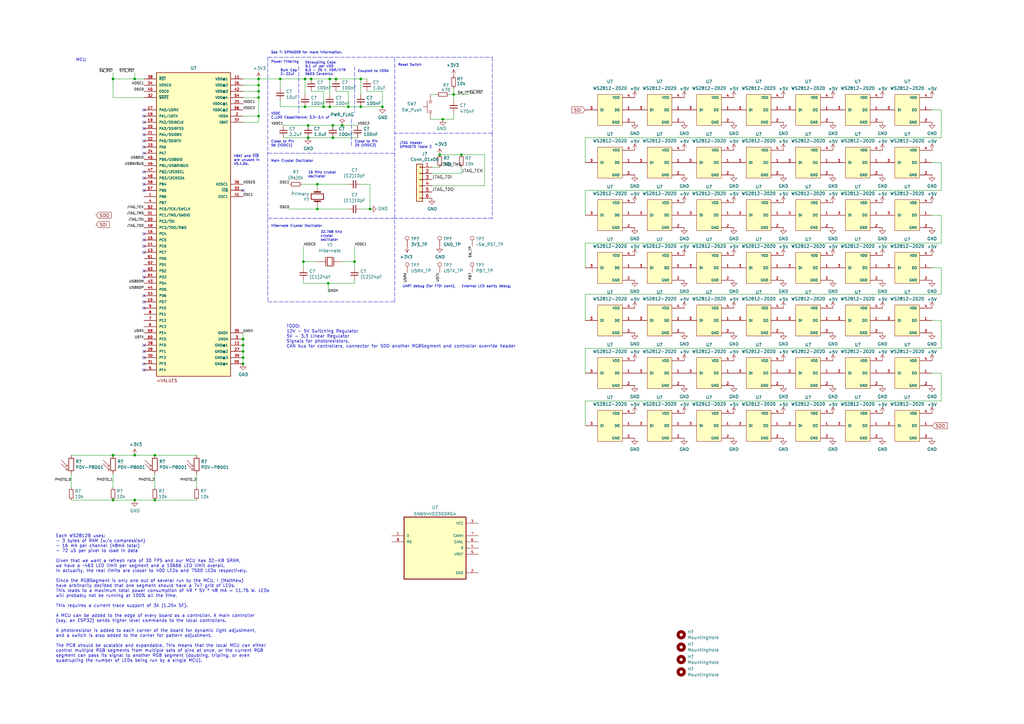
<source format=kicad_sch>
(kicad_sch (version 20211123) (generator eeschema)
  (paper "A3")
  (title_block (title "MarqueeRGB") (date "2022-04-06") (rev "v1.0.0") (company "IEEE RAS") (comment 1 "Matthew Yu"))
  (junction (at 99.695 149.225))
  (junction (at 132.715 43.815))
  (junction (at 106.045 47.625))
  (junction (at 46.355 32.385))
  (junction (at 106.045 34.925))
  (junction (at 63.5 205.105))
  (junction (at 135.255 43.815))
  (junction (at 63.5 186.69))
  (junction (at 151.765 85.725))
  (junction (at 126.365 56.515))
  (junction (at 55.245 205.105))
  (junction (at 99.695 146.685))
  (junction (at 140.335 51.435))
  (junction (at 181.61 48.895))
  (junction (at 125.095 32.385))
  (junction (at 156.845 43.815))
  (junction (at 125.095 43.815))
  (junction (at 189.23 63.5))
  (junction (at 46.355 205.105))
  (junction (at 114.935 32.385))
  (junction (at 147.955 43.815))
  (junction (at 127.635 32.385))
  (junction (at 186.055 38.735))
  (junction (at 106.045 37.465))
  (junction (at 136.525 51.435))
  (junction (at 55.245 186.69))
  (junction (at 106.045 32.385))
  (junction (at 142.875 43.815))
  (junction (at 99.695 141.605))
  (junction (at 136.525 56.515))
  (junction (at 126.365 51.435))
  (junction (at 46.355 186.69))
  (junction (at 130.175 75.565))
  (junction (at 99.695 144.145))
  (junction (at 99.695 139.065))
  (junction (at 147.955 32.385))
  (junction (at 124.46 107.315))
  (junction (at 130.175 85.725))
  (junction (at 145.415 107.315))
  (junction (at 137.795 32.385))
  (junction (at 134.62 116.205))
  (junction (at 55.245 32.385))
  (junction (at 180.34 63.5))
  (junction (at 135.255 32.385))
  (junction (at 106.045 40.005))
  (no_connect (at 59.055 123.825))
  (no_connect (at 59.055 70.485))
  (no_connect (at 59.055 55.245))
  (no_connect (at 59.055 75.565))
  (no_connect (at 59.055 121.285))
  (no_connect (at 59.055 103.505))
  (no_connect (at 59.055 47.625))
  (no_connect (at 59.055 100.965))
  (no_connect (at 59.055 73.025))
  (no_connect (at 59.055 98.425))
  (no_connect (at 59.055 57.785))
  (no_connect (at 59.055 126.365))
  (no_connect (at 59.055 95.885))
  (no_connect (at 59.055 50.165))
  (no_connect (at 59.055 62.865))
  (no_connect (at 59.055 60.325))
  (no_connect (at 59.055 52.705))
  (no_connect (at 59.055 144.145))
  (no_connect (at 59.055 141.605))
  (no_connect (at 99.695 78.105))
  (no_connect (at 59.055 113.665))
  (no_connect (at 59.055 149.225))
  (no_connect (at 59.055 45.085))
  (no_connect (at 59.055 151.765))
  (no_connect (at 59.055 146.685))
  (no_connect (at 59.055 111.125))
  (no_connect (at 59.055 78.105))
  (polyline (pts (xy 201.93 54.61) (xy 201.93 89.535)))
  (wire (pts (xy 177.165 71.12) (xy 189.23 71.12)))
  (wire (pts (xy 124.46 107.315) (xy 124.46 100.965)))
  (wire (pts (xy 106.045 47.625) (xy 106.045 40.005)))
  (wire (pts (xy 124.46 116.205) (xy 134.62 116.205)))
  (wire (pts (xy 46.355 186.69) (xy 55.245 186.69)))
  (wire (pts (xy 55.245 205.105) (xy 63.5 205.105)))
  (wire (pts (xy 130.175 84.455) (xy 130.175 85.725)))
  (wire (pts (xy 240.03 109.855) (xy 240.03 99.695)))
  (wire (pts (xy 106.045 32.385) (xy 114.935 32.385)))
  (polyline (pts (xy 161.925 123.825) (xy 161.925 23.495)))
  (wire (pts (xy 63.5 200.025) (xy 63.5 194.31)))
  (wire (pts (xy 181.61 48.895) (xy 176.53 48.895)))
  (wire (pts (xy 126.365 56.515) (xy 136.525 56.515)))
  (wire (pts (xy 116.205 51.435) (xy 126.365 51.435)))
  (wire (pts (xy 151.765 75.565) (xy 151.765 85.725)))
  (wire (pts (xy 382.27 88.265) (xy 386.08 88.265)))
  (wire (pts (xy 99.695 37.465) (xy 106.045 37.465)))
  (wire (pts (xy 180.34 68.58) (xy 177.165 68.58)))
  (wire (pts (xy 142.875 43.815) (xy 147.955 43.815)))
  (wire (pts (xy 146.685 51.435) (xy 140.335 51.435)))
  (polyline (pts (xy 122.555 27.305) (xy 122.555 46.355)))
  (wire (pts (xy 114.935 32.385) (xy 125.095 32.385)))
  (wire (pts (xy 106.045 50.165) (xy 106.045 47.625)))
  (wire (pts (xy 124.46 116.205) (xy 124.46 114.935)))
  (wire (pts (xy 46.355 40.005) (xy 46.355 32.385)))
  (wire (pts (xy 130.175 85.725) (xy 118.745 85.725)))
  (polyline (pts (xy 201.93 89.535) (xy 161.925 89.535)))
  (wire (pts (xy 386.08 88.265) (xy 386.08 99.695)))
  (wire (pts (xy 55.245 29.845) (xy 55.245 32.385)))
  (wire (pts (xy 135.255 43.815) (xy 132.715 43.815)))
  (wire (pts (xy 180.34 63.5) (xy 189.23 63.5)))
  (wire (pts (xy 136.525 56.515) (xy 146.685 56.515)))
  (wire (pts (xy 63.5 186.69) (xy 80.645 186.69)))
  (wire (pts (xy 147.955 75.565) (xy 151.765 75.565)))
  (wire (pts (xy 114.935 43.815) (xy 125.095 43.815)))
  (wire (pts (xy 145.415 107.315) (xy 145.415 109.855)))
  (wire (pts (xy 137.795 37.465) (xy 142.875 37.465)))
  (polyline (pts (xy 161.925 62.865) (xy 109.855 62.865)))
  (wire (pts (xy 126.365 51.435) (xy 136.525 51.435)))
  (polyline (pts (xy 144.145 48.895) (xy 144.145 60.325)))
  (wire (pts (xy 186.055 36.195) (xy 186.055 38.735)))
  (wire (pts (xy 132.715 37.465) (xy 132.715 43.815)))
  (wire (pts (xy 386.08 131.445) (xy 386.08 142.875)))
  (wire (pts (xy 99.695 32.385) (xy 106.045 32.385)))
  (wire (pts (xy 386.08 66.675) (xy 386.08 78.105)))
  (wire (pts (xy 99.695 50.165) (xy 106.045 50.165)))
  (wire (pts (xy 151.765 85.725) (xy 147.955 85.725)))
  (wire (pts (xy 99.695 144.145) (xy 99.695 146.685)))
  (wire (pts (xy 386.08 78.105) (xy 240.03 78.105)))
  (wire (pts (xy 150.495 37.465) (xy 156.845 37.465)))
  (wire (pts (xy 142.875 43.815) (xy 135.255 43.815)))
  (wire (pts (xy 130.175 85.725) (xy 142.875 85.725)))
  (wire (pts (xy 240.03 164.465) (xy 240.03 174.625)))
  (wire (pts (xy 186.055 38.735) (xy 192.405 38.735)))
  (wire (pts (xy 198.755 76.2) (xy 177.165 76.2)))
  (wire (pts (xy 240.03 66.675) (xy 240.03 56.515)))
  (wire (pts (xy 135.255 32.385) (xy 135.255 38.735)))
  (wire (pts (xy 46.355 32.385) (xy 55.245 32.385)))
  (wire (pts (xy 382.27 131.445) (xy 386.08 131.445)))
  (polyline (pts (xy 201.93 54.61) (xy 161.925 54.61)))
  (wire (pts (xy 46.355 29.845) (xy 46.355 32.385)))
  (wire (pts (xy 240.03 120.65) (xy 240.03 131.445)))
  (wire (pts (xy 46.355 200.025) (xy 46.355 194.31)))
  (wire (pts (xy 124.46 107.315) (xy 124.46 109.855)))
  (wire (pts (xy 186.055 38.735) (xy 186.055 41.275)))
  (wire (pts (xy 382.27 66.675) (xy 386.08 66.675)))
  (wire (pts (xy 240.03 153.035) (xy 240.03 142.875)))
  (wire (pts (xy 99.695 139.065) (xy 99.695 141.605)))
  (wire (pts (xy 181.61 48.895) (xy 186.055 48.895)))
  (wire (pts (xy 186.055 38.735) (xy 184.15 38.735)))
  (wire (pts (xy 156.845 37.465) (xy 156.845 43.815)))
  (wire (pts (xy 99.695 141.605) (xy 99.695 144.145)))
  (wire (pts (xy 127.635 37.465) (xy 132.715 37.465)))
  (wire (pts (xy 142.875 37.465) (xy 142.875 43.815)))
  (wire (pts (xy 55.245 186.69) (xy 63.5 186.69)))
  (wire (pts (xy 106.045 34.925) (xy 106.045 32.385)))
  (wire (pts (xy 114.935 41.275) (xy 114.935 43.815)))
  (wire (pts (xy 145.415 107.315) (xy 145.415 100.965)))
  (wire (pts (xy 55.245 32.385) (xy 59.055 32.385)))
  (wire (pts (xy 127.635 32.385) (xy 135.255 32.385)))
  (wire (pts (xy 382.27 45.085) (xy 386.08 45.085)))
  (wire (pts (xy 386.08 109.855) (xy 386.08 120.65)))
  (wire (pts (xy 147.955 32.385) (xy 150.495 32.385)))
  (wire (pts (xy 189.23 71.12) (xy 189.23 68.58)))
  (wire (pts (xy 386.08 45.085) (xy 386.08 56.515)))
  (wire (pts (xy 29.21 186.69) (xy 46.355 186.69)))
  (wire (pts (xy 386.08 164.465) (xy 240.03 164.465)))
  (wire (pts (xy 386.08 120.65) (xy 240.03 120.65)))
  (wire (pts (xy 124.46 107.315) (xy 130.175 107.315)))
  (wire (pts (xy 156.845 43.815) (xy 147.955 43.815)))
  (wire (pts (xy 240.03 99.695) (xy 386.08 99.695)))
  (polyline (pts (xy 109.855 123.825) (xy 161.925 123.825)))
  (wire (pts (xy 189.23 63.5) (xy 198.755 63.5)))
  (wire (pts (xy 106.045 37.465) (xy 106.045 34.925)))
  (polyline (pts (xy 145.415 27.305) (xy 145.415 46.355)))
  (wire (pts (xy 80.645 200.025) (xy 80.645 194.31)))
  (wire (pts (xy 145.415 114.935) (xy 145.415 116.205)))
  (wire (pts (xy 125.095 32.385) (xy 125.095 38.735)))
  (wire (pts (xy 125.095 32.385) (xy 127.635 32.385)))
  (wire (pts (xy 382.27 153.035) (xy 386.08 153.035)))
  (wire (pts (xy 123.825 75.565) (xy 130.175 75.565)))
  (polyline (pts (xy 109.855 23.495) (xy 109.855 123.825)))
  (wire (pts (xy 240.03 78.105) (xy 240.03 88.265)))
  (wire (pts (xy 147.955 32.385) (xy 147.955 38.735)))
  (wire (pts (xy 106.045 40.005) (xy 106.045 37.465)))
  (wire (pts (xy 140.335 51.435) (xy 136.525 51.435)))
  (polyline (pts (xy 109.855 23.495) (xy 201.93 23.495)))
  (wire (pts (xy 134.62 116.205) (xy 145.415 116.205)))
  (wire (pts (xy 55.245 205.105) (xy 46.355 205.105)))
  (wire (pts (xy 386.08 153.035) (xy 386.08 164.465)))
  (wire (pts (xy 140.335 107.315) (xy 145.415 107.315)))
  (wire (pts (xy 240.03 56.515) (xy 386.08 56.515)))
  (polyline (pts (xy 201.93 23.495) (xy 201.93 54.61)))
  (wire (pts (xy 99.695 136.525) (xy 99.695 139.065)))
  (wire (pts (xy 179.07 38.735) (xy 176.53 38.735)))
  (wire (pts (xy 135.255 32.385) (xy 137.795 32.385)))
  (wire (pts (xy 29.21 205.105) (xy 46.355 205.105)))
  (wire (pts (xy 130.175 76.835) (xy 130.175 75.565)))
  (wire (pts (xy 132.715 43.815) (xy 125.095 43.815)))
  (wire (pts (xy 63.5 205.105) (xy 80.645 205.105)))
  (wire (pts (xy 382.27 109.855) (xy 386.08 109.855)))
  (wire (pts (xy 99.695 40.005) (xy 106.045 40.005)))
  (wire (pts (xy 99.695 34.925) (xy 106.045 34.925)))
  (wire (pts (xy 116.205 56.515) (xy 126.365 56.515)))
  (wire (pts (xy 134.62 120.015) (xy 134.62 116.205)))
  (wire (pts (xy 99.695 146.685) (xy 99.695 149.225)))
  (polyline (pts (xy 161.925 89.535) (xy 109.855 89.535)))
  (wire (pts (xy 137.795 32.385) (xy 147.955 32.385)))
  (wire (pts (xy 186.055 48.895) (xy 186.055 46.355)))
  (wire (pts (xy 99.695 47.625) (xy 106.045 47.625)))
  (wire (pts (xy 240.03 142.875) (xy 386.08 142.875)))
  (wire (pts (xy 29.21 200.025) (xy 29.21 194.31)))
  (wire (pts (xy 114.935 36.195) (xy 114.935 32.385)))
  (wire (pts (xy 198.755 63.5) (xy 198.755 76.2)))
  (wire (pts (xy 59.055 40.005) (xy 46.355 40.005)))
  (wire (pts (xy 130.175 75.565) (xy 142.875 75.565)))
  (text "Coupled to VDDA" (at 146.685 29.845 0) (effects (font (size 0.9906 0.9906)) (justify left bottom)))
  (text "External LED sanity debug." (at 189.23 118.11 0) (effects (font (size 0.9906 0.9906)) (justify left bottom)))
  (text "Close to Pin\n56 (VDDC1)" (at 111.125 60.325 0) (effects (font (size 0.9906 0.9906)) (justify left bottom)))
  (text "JTAG Header\nSPMA075 Table 2" (at 163.83 60.96 0) (effects (font (size 0.9906 0.9906)) (justify left bottom)))
  (text "Main Crystal Oscillator" (at 111.125 66.675 0) (effects (font (size 0.9906 0.9906)) (justify left bottom)))
  (text "16 MHz crystal\noscillator" (at 126.365 73.025 0) (effects (font (size 0.9906 0.9906)) (justify left bottom)))
  (text "UART debug (for FTDI conn)." (at 165.1 118.11 0) (effects (font (size 0.9906 0.9906)) (justify left bottom)))
  (text "Decoupling Caps\n0.1 uF per VDD\n6.3 - 25 V, X5R/X7R \n0603 Ceramics" (at 125.095 31.115 0) (effects (font (size 0.9906 0.9906)) (justify left bottom)))
  (text "32.768 KHz \ncrystal\noscillator" (at 131.445 99.06 0) (effects (font (size 0.9906 0.9906)) (justify left bottom)))
  (text "TODO:\n12V - 5V Switching Regulator\n5V - 3.3 Linear Regulator\nSignals for photoresistors,\nCAN bus for controllers, connector for SDO another RGBSegment and controller override header" (at 117.475 142.875 0) (effects (font (size 1.27 1.27)) (justify left bottom)))
  (text "VBAT and ~{HIB} \nare unused in \nV0.1.0b." (at 95.885 67.945 0) (effects (font (size 0.9906 0.9906)) (justify left bottom)))
  (text "Close to Pin\n25 (VDDC2)" (at 145.415 60.325 0) (effects (font (size 0.9906 0.9906)) (justify left bottom)))
  (text "See TI SPMA059 for more information." (at 111.125 22.225 0) (effects (font (size 0.9906 0.9906)) (justify left bottom)))
  (text "Hibernate Crystal Oscillator" (at 111.125 93.345 0) (effects (font (size 0.9906 0.9906)) (justify left bottom)))
  (text "Reset Switch" (at 163.195 27.305 0) (effects (font (size 0.9906 0.9906)) (justify left bottom)))
  (text "VDDC\nC_LDO Capacitance: 3.3-3.4 uF" (at 111.125 48.895 0) (effects (font (size 0.9906 0.9906)) (justify left bottom)))
  (text "MCU" (at 31.115 25.4 0) (effects (font (size 1.27 1.27)) (justify left bottom)))
  (text "Each WS2812B uses:\n- 3 bytes of RAM (w/o compression)\n- 16 mA per channel (48mA total)\n- 72 uS per pixel to load in data\n\nGiven that we want a refresh rate of 30 FPS and our MCU has 32-KB SRAM, \nwe have a ~463 LED limit per segment and a 10666 LED limit overall. \nIn actuality, the real limits are closer to 400 LEDs and 7500 LEDs respectively.\n\nSince the RGBSegment is only one out of several run by the MCU, I (Matthew)\nhave arbitrarily decided that one segment should have a 7x7 grid of LEDs.\nThis leads to a maximum total power consumption of 49 * 5V * 48 mA = 11.76 W. LEDs\nwill probably not be running at 100% all the time.\n\nThis requires a current trace support of 3A (1.25x SF).\n\nA MCU can be added to the edge of every board as a controller. A main controller\n(say, an ESP32) sends higher level commands to the local controllers.\n\nA photoresistor is added to each corner of the board for dynamic light adjustment,\nand a switch is also added to the corner for pattern adjustment.\n\nThe PCB should be scalable and expandable. This means that the local MCU can either\ncontrol multiple RGB segments from multiple sets of pins at once, or the current RGB\nsegment can pass its signal to another RGB segment (doubling, tripling, or even \nquadrupling the number of LEDs being run by a single MCU)." (at 22.86 271.78 0) (effects (font (size 1.27 1.27)) (justify left bottom)))
  (text "Power Filtering" (at 111.125 26.035 0) (effects (font (size 0.9906 0.9906)) (justify left bottom)))
  (text "Bulk Cap\n2-22uF" (at 114.935 31.115 0) (effects (font (size 0.9906 0.9906)) (justify left bottom)))
  (label "U5TX" (at 59.055 139.065 180) (effects (font (size 0.9906 0.9906))))
  (label "GNDX" (at 134.62 120.015 0) (effects (font (size 0.9906 0.9906))))
  (label "OSC0" (at 59.055 37.465 180) (effects (font (size 0.9906 0.9906))))
  (label "U5TX" (at 180.34 111.76 270) (effects (font (size 0.9906 0.9906))))
  (label "USB0ID" (at 59.055 65.405 180) (effects (font (size 0.9906 0.9906))))
  (label "VDDC2" (at 99.695 45.085 0) (effects (font (size 0.9906 0.9906))))
  (label "SW_TP" (at 193.675 100.965 270) (effects (font (size 0.9906 0.9906))))
  (label "OSC0" (at 118.745 85.725 180) (effects (font (size 0.9906 0.9906))))
  (label "PHOTO_1" (at 46.355 197.485 180) (effects (font (size 0.9906 0.9906))))
  (label "~{SW_RST}" (at 192.405 38.735 0) (effects (font (size 0.9906 0.9906))))
  (label "USB0DM" (at 59.055 116.205 180) (effects (font (size 0.9906 0.9906))))
  (label "XOSC1" (at 145.415 100.965 0) (effects (font (size 0.9906 0.9906))))
  (label "XOSC0" (at 124.46 100.965 0) (effects (font (size 0.9906 0.9906))))
  (label "VDDC1" (at 99.695 42.545 0) (effects (font (size 0.9906 0.9906))))
  (label "U5RX" (at 167.005 111.76 270) (effects (font (size 0.9906 0.9906))))
  (label "JTAG_TDI" (at 59.055 90.805 180) (effects (font (size 0.9906 0.9906))))
  (label "~{SYS_RST}" (at 55.245 29.845 180) (effects (font (size 0.9906 0.9906))))
  (label "JTAG_TMS" (at 59.055 88.265 180) (effects (font (size 0.9906 0.9906))))
  (label "JTAG_TCK" (at 59.055 85.725 180) (effects (font (size 0.9906 0.9906))))
  (label "~{SW_RST}" (at 46.355 29.845 180) (effects (font (size 0.9906 0.9906))))
  (label "JTAG_TDI" (at 177.165 73.66 0))
  (label "XOSC1" (at 59.055 34.925 180) (effects (font (size 0.9906 0.9906))))
  (label "JTAG_TDO" (at 177.165 78.74 0))
  (label "USB0VBUS" (at 59.055 67.945 180) (effects (font (size 0.9906 0.9906))))
  (label "SW_TP" (at 192.405 38.735 180) (effects (font (size 0.9906 0.9906))))
  (label "PB7" (at 193.675 111.76 270) (effects (font (size 0.9906 0.9906))))
  (label "U5RX" (at 59.055 136.525 180) (effects (font (size 0.9906 0.9906))))
  (label "XOSC0" (at 99.695 75.565 0) (effects (font (size 0.9906 0.9906))))
  (label "PHOTO_3" (at 80.645 197.485 180) (effects (font (size 0.9906 0.9906))))
  (label "GNDX" (at 99.695 136.525 0) (effects (font (size 0.9906 0.9906))))
  (label "PHOTO_2" (at 63.5 197.485 180) (effects (font (size 0.9906 0.9906))))
  (label "JTAG_TCK" (at 189.23 71.12 0))
  (label "PHOTO_0" (at 29.21 197.485 180) (effects (font (size 0.9906 0.9906))))
  (label "VDDC1" (at 116.205 51.435 180) (effects (font (size 0.9906 0.9906))))
  (label "JTAG_TDO" (at 59.055 93.345 180) (effects (font (size 0.9906 0.9906))))
  (label "VDDC2" (at 146.685 51.435 0) (effects (font (size 0.9906 0.9906))))
  (label "USB0DP" (at 59.055 118.745 180) (effects (font (size 0.9906 0.9906))))
  (label "OSC1" (at 118.745 75.565 180) (effects (font (size 0.9906 0.9906))))
  (label "JTAG_TMS" (at 180.34 68.58 0))
  (label "OSC1" (at 99.695 80.645 0) (effects (font (size 0.9906 0.9906))))
  (global_label "SDO" (shape input) (at 39.37 88.265 0) (property "Intersheet References" "${INTERSHEET_REFS}" (effects hide)))
  (global_label "SDO" (shape input) (at 382.27 174.625 0) (property "Intersheet References" "${INTERSHEET_REFS}" (effects hide)))
  (global_label "SDI" (shape input) (at 39.37 92.075 0) (property "Intersheet References" "${INTERSHEET_REFS}" (effects hide)))
  (global_label "SDI" (shape input) (at 240.03 45.085 180) (property "Intersheet References" "${INTERSHEET_REFS}" (effects hide)))
  (symbol (lib_id "WS2812-2020:WS2812-2020") (at 351.79 45.085 0) (unit 1)
    (property "Reference" "U?" (at 351.79 33.4223 0))
    (property "Value" "WS2812-2020" (at 351.79 36.1974 0))
    (property "Footprint" "SnapEDA Library:LED_WS2812-2020" (effects hide))
    (property "Datasheet" "https://www.mouser.com/pdfDocs/WS2812B-2020_V10_EN_181106150240761.pdf" (effects hide))
    (property "Distributor" "JLCPCB" (effects hide))
    (property "Manufacturer" "Worldsemi" (effects hide))
    (property "JLCPCB BOM" "1" (effects hide))
    (property "LCSC Part" "C965555" (effects hide))
    (property "Part Number" "WS2812B-2020" (effects hide))
    (property "Projected Cost" "0.1525" (effects hide))
    (property "Purchase Page" "N/A" (effects hide))
    (property "STANDARD" "Manufacturer Recommendations" (effects hide))
    (property "MANUFACTURER" "Worldsemi" (effects hide))
  )
  (symbol (lib_id "power:+5V") (at 361.95 104.775 0) (unit 1)
    (property "Reference" "#PWR?" (effects hide))
    (property "Value" "+5V" (at 361.95 101.1705 0))
  )
  (symbol (lib_id "Device:R_Small") (at 189.23 66.04 180) (unit 1)
    (property "Reference" "R?" (at 190.7286 64.8716 0) (effects (justify right)))
    (property "Value" "10k" (at 190.7286 67.183 0) (effects (justify right)))
    (property "Footprint" "Resistor_SMD:R_0402_1005Metric" (effects hide))
    (property "Datasheet" "https://datasheet.lcsc.com/lcsc/1809301717_UNI-ROYAL-Uniroyal-Elec-0402WGF1002TCE_C25744.pdf" (effects hide))
    (property "Distributor" "JLCPCB" (effects hide))
    (property "Manufacturer" "UNIROYAL-ELEC" (effects hide))
    (property "Part Number" "0402WGF1002TCE" (effects hide))
    (property "Purchase Page" "N/A" (effects hide))
    (property "Temperature Low" "-55 C" (effects hide))
    (property "Temperature High" "155 C" (effects hide))
    (property "Sheet" "JTAG" (effects hide))
    (property "Projected Cost" "0.0004" (effects hide))
    (property "JLCPCB BOM" "1" (effects hide))
    (property "LCSC Part" "0402WGF1002TCE" (effects hide))
  )
  (symbol (lib_id "Device:R_Photo") (at 46.355 190.5 0) (unit 1)
    (property "Reference" "R?" (at 48.133 189.3316 0) (effects (justify left)))
    (property "Value" "PDV-P8001" (at 48.133 191.643 0) (effects (justify left)))
    (property "Footprint" "Footprints:PDV-P8001" (effects hide))
    (property "Distributor" "Adafruit" (effects hide))
    (property "JLCPCB BOM" "0" (effects hide))
    (property "Manufacturer" "N/A" (effects hide))
    (property "Part Number" "161" (effects hide))
    (property "Projected Cost" "0.95" (effects hide))
    (property "Purchase Page" "https://www.adafruit.com/product/161" (effects hide))
    (property "Sheet" "Main" (effects hide))
  )
  (symbol (lib_id "power:GND") (at 260.35 93.345 0) (unit 1)
    (property "Reference" "#PWR?" (effects hide))
    (property "Value" "GND" (at 260.35 97.9075 0))
  )
  (symbol (lib_id "Device:C_Small") (at 186.055 43.815 0) (mirror x) (unit 1)
    (property "Reference" "C?" (at 188.595 43.18 0) (effects (justify left)))
    (property "Value" "470nF" (at 188.595 45.72 0) (effects (justify left)))
    (property "Footprint" "Capacitor_SMD:C_0402_1005Metric" (effects hide))
    (property "Datasheet" "https://datasheet.lcsc.com/lcsc/1810191214_Samsung-Electro-Mechanics-CL05A474KP5NNNC_C47339.pdf" (effects hide))
    (property "Distributor" "JLCPCB" (effects hide))
    (property "Manufacturer" "Samsung Electro-Mechanics" (effects hide))
    (property "Part Number" "CL05A474KP5NNNC" (effects hide))
    (property "Purchase Page" "N/A" (effects hide))
    (property "Temperature Low" "-55 C" (effects hide))
    (property "Temperature High" "125 C" (effects hide))
    (property "Sheet" "Main" (effects hide))
    (property "Projected Cost" "0.0022" (effects hide))
    (property "JLCPCB BOM" "1" (effects hide))
    (property "LCSC Part" "CL05A474KP5NNNC" (effects hide))
  )
  (symbol (lib_id "power:+5V") (at 341.63 61.595 0) (unit 1)
    (property "Reference" "#PWR?" (effects hide))
    (property "Value" "+5V" (at 341.63 57.9905 0))
  )
  (symbol (lib_id "power:+5V") (at 300.99 126.365 0) (unit 1)
    (property "Reference" "#PWR?" (effects hide))
    (property "Value" "+5V" (at 300.99 122.7605 0))
  )
  (symbol (lib_id "WS2812-2020:WS2812-2020") (at 311.15 131.445 0) (unit 1)
    (property "Reference" "U?" (at 311.15 119.7823 0))
    (property "Value" "WS2812-2020" (at 311.15 122.5574 0))
    (property "Footprint" "SnapEDA Library:LED_WS2812-2020" (effects hide))
    (property "Datasheet" "https://www.mouser.com/pdfDocs/WS2812B-2020_V10_EN_181106150240761.pdf" (effects hide))
    (property "Distributor" "JLCPCB" (effects hide))
    (property "Manufacturer" "Worldsemi" (effects hide))
    (property "JLCPCB BOM" "1" (effects hide))
    (property "LCSC Part" "C965555" (effects hide))
    (property "Part Number" "WS2812B-2020" (effects hide))
    (property "Projected Cost" "0.1525" (effects hide))
    (property "Purchase Page" "N/A" (effects hide))
    (property "STANDARD" "Manufacturer Recommendations" (effects hide))
    (property "MANUFACTURER" "Worldsemi" (effects hide))
  )
  (symbol (lib_id "power:+5V") (at 300.99 40.005 0) (unit 1)
    (property "Reference" "#PWR?" (effects hide))
    (property "Value" "+5V" (at 300.99 36.4005 0))
  )
  (symbol (lib_id "power:GND") (at 300.99 93.345 0) (unit 1)
    (property "Reference" "#PWR?" (effects hide))
    (property "Value" "GND" (at 300.99 97.9075 0))
  )
  (symbol (lib_id "power:+5V") (at 361.95 83.185 0) (unit 1)
    (property "Reference" "#PWR?" (effects hide))
    (property "Value" "+5V" (at 361.95 79.5805 0))
  )
  (symbol (lib_id "power:+5V") (at 260.35 126.365 0) (unit 1)
    (property "Reference" "#PWR?" (effects hide))
    (property "Value" "+5V" (at 260.35 122.7605 0))
  )
  (symbol (lib_id "WS2812-2020:WS2812-2020") (at 270.51 66.675 0) (unit 1)
    (property "Reference" "U?" (at 270.51 55.0123 0))
    (property "Value" "WS2812-2020" (at 270.51 57.7874 0))
    (property "Footprint" "SnapEDA Library:LED_WS2812-2020" (effects hide))
    (property "Datasheet" "https://www.mouser.com/pdfDocs/WS2812B-2020_V10_EN_181106150240761.pdf" (effects hide))
    (property "Distributor" "JLCPCB" (effects hide))
    (property "Manufacturer" "Worldsemi" (effects hide))
    (property "JLCPCB BOM" "1" (effects hide))
    (property "LCSC Part" "C965555" (effects hide))
    (property "Part Number" "WS2812B-2020" (effects hide))
    (property "Projected Cost" "0.1525" (effects hide))
    (property "Purchase Page" "N/A" (effects hide))
    (property "STANDARD" "Manufacturer Recommendations" (effects hide))
    (property "MANUFACTURER" "Worldsemi" (effects hide))
  )
  (symbol (lib_id "power:+5V") (at 361.95 169.545 0) (unit 1)
    (property "Reference" "#PWR?" (effects hide))
    (property "Value" "+5V" (at 361.95 165.9405 0))
  )
  (symbol (lib_id "WS2812-2020:WS2812-2020") (at 351.79 174.625 0) (unit 1)
    (property "Reference" "U?" (at 351.79 162.9623 0))
    (property "Value" "WS2812-2020" (at 351.79 165.7374 0))
    (property "Footprint" "SnapEDA Library:LED_WS2812-2020" (effects hide))
    (property "Datasheet" "https://www.mouser.com/pdfDocs/WS2812B-2020_V10_EN_181106150240761.pdf" (effects hide))
    (property "Distributor" "JLCPCB" (effects hide))
    (property "Manufacturer" "Worldsemi" (effects hide))
    (property "JLCPCB BOM" "1" (effects hide))
    (property "LCSC Part" "C965555" (effects hide))
    (property "Part Number" "WS2812B-2020" (effects hide))
    (property "Projected Cost" "0.1525" (effects hide))
    (property "Purchase Page" "N/A" (effects hide))
    (property "STANDARD" "Manufacturer Recommendations" (effects hide))
    (property "MANUFACTURER" "Worldsemi" (effects hide))
  )
  (symbol (lib_id "WS2812-2020:WS2812-2020") (at 290.83 66.675 0) (unit 1)
    (property "Reference" "U?" (at 290.83 55.0123 0))
    (property "Value" "WS2812-2020" (at 290.83 57.7874 0))
    (property "Footprint" "SnapEDA Library:LED_WS2812-2020" (effects hide))
    (property "Datasheet" "https://www.mouser.com/pdfDocs/WS2812B-2020_V10_EN_181106150240761.pdf" (effects hide))
    (property "Distributor" "JLCPCB" (effects hide))
    (property "Manufacturer" "Worldsemi" (effects hide))
    (property "JLCPCB BOM" "1" (effects hide))
    (property "LCSC Part" "C965555" (effects hide))
    (property "Part Number" "WS2812B-2020" (effects hide))
    (property "Projected Cost" "0.1525" (effects hide))
    (property "Purchase Page" "N/A" (effects hide))
    (property "STANDARD" "Manufacturer Recommendations" (effects hide))
    (property "MANUFACTURER" "Worldsemi" (effects hide))
  )
  (symbol (lib_id "power:+5V") (at 382.27 61.595 0) (unit 1)
    (property "Reference" "#PWR?" (effects hide))
    (property "Value" "+5V" (at 382.27 57.9905 0))
  )
  (symbol (lib_id "WS2812-2020:WS2812-2020") (at 250.19 153.035 0) (unit 1)
    (property "Reference" "U?" (at 250.19 141.3723 0))
    (property "Value" "WS2812-2020" (at 250.19 144.1474 0))
    (property "Footprint" "SnapEDA Library:LED_WS2812-2020" (effects hide))
    (property "Datasheet" "https://www.mouser.com/pdfDocs/WS2812B-2020_V10_EN_181106150240761.pdf" (effects hide))
    (property "Distributor" "JLCPCB" (effects hide))
    (property "Manufacturer" "Worldsemi" (effects hide))
    (property "JLCPCB BOM" "1" (effects hide))
    (property "LCSC Part" "C965555" (effects hide))
    (property "Part Number" "WS2812B-2020" (effects hide))
    (property "Projected Cost" "0.1525" (effects hide))
    (property "Purchase Page" "N/A" (effects hide))
    (property "STANDARD" "Manufacturer Recommendations" (effects hide))
    (property "MANUFACTURER" "Worldsemi" (effects hide))
  )
  (symbol (lib_id "power:GND") (at 55.245 205.105 0) (unit 1)
    (property "Reference" "#PWR?" (effects hide))
    (property "Value" "GND" (at 55.372 209.4992 0))
  )
  (symbol (lib_id "Device:C_Small") (at 147.955 41.275 0) (unit 1)
    (property "Reference" "C?" (at 150.2918 40.1066 0) (effects (justify left)))
    (property "Value" "100nF" (at 150.2918 42.418 0) (effects (justify left)))
    (property "Footprint" "Capacitor_SMD:C_0402_1005Metric" (effects hide))
    (property "Datasheet" "https://datasheet.lcsc.com/lcsc/1810191219_Samsung-Electro-Mechanics-CL05B104KO5NNNC_C1525.pdf" (effects hide))
    (property "Sheet" "Main" (effects hide))
    (property "Distributor" "JLCPCB" (effects hide))
    (property "Manufacturer" "Samsung Electro-Mechanics" (effects hide))
    (property "Part Number" "CL05B104KO5NNNC" (effects hide))
    (property "Purchase Page" "N/A" (effects hide))
    (property "Temperature High" "125 C" (effects hide))
    (property "Temperature Low" "-55 C" (effects hide))
    (property "Projected Cost" "0.0007" (effects hide))
    (property "JLCPCB BOM" "1" (effects hide))
    (property "LCSC Part" "CL05B104KO5NNNC" (effects hide))
  )
  (symbol (lib_id "power:+5V") (at 361.95 126.365 0) (unit 1)
    (property "Reference" "#PWR?" (effects hide))
    (property "Value" "+5V" (at 361.95 122.7605 0))
  )
  (symbol (lib_id "power:+3.3V") (at 186.055 31.115 0) (mirror y) (unit 1)
    (property "Reference" "#PWR?" (effects hide))
    (property "Value" "+3.3V" (at 185.674 26.7208 0))
  )
  (symbol (lib_id "power:+5V") (at 361.95 40.005 0) (unit 1)
    (property "Reference" "#PWR?" (effects hide))
    (property "Value" "+5V" (at 361.95 36.4005 0))
  )
  (symbol (lib_id "WS2812-2020:WS2812-2020") (at 331.47 131.445 0) (unit 1)
    (property "Reference" "U?" (at 331.47 119.7823 0))
    (property "Value" "WS2812-2020" (at 331.47 122.5574 0))
    (property "Footprint" "SnapEDA Library:LED_WS2812-2020" (effects hide))
    (property "Datasheet" "https://www.mouser.com/pdfDocs/WS2812B-2020_V10_EN_181106150240761.pdf" (effects hide))
    (property "Distributor" "JLCPCB" (effects hide))
    (property "Manufacturer" "Worldsemi" (effects hide))
    (property "JLCPCB BOM" "1" (effects hide))
    (property "LCSC Part" "C965555" (effects hide))
    (property "Part Number" "WS2812B-2020" (effects hide))
    (property "Projected Cost" "0.1525" (effects hide))
    (property "Purchase Page" "N/A" (effects hide))
    (property "STANDARD" "Manufacturer Recommendations" (effects hide))
    (property "MANUFACTURER" "Worldsemi" (effects hide))
  )
  (symbol (lib_id "WS2812-2020:WS2812-2020") (at 250.19 88.265 0) (unit 1)
    (property "Reference" "U?" (at 250.19 76.6023 0))
    (property "Value" "WS2812-2020" (at 250.19 79.3774 0))
    (property "Footprint" "SnapEDA Library:LED_WS2812-2020" (effects hide))
    (property "Datasheet" "https://www.mouser.com/pdfDocs/WS2812B-2020_V10_EN_181106150240761.pdf" (effects hide))
    (property "Distributor" "JLCPCB" (effects hide))
    (property "Manufacturer" "Worldsemi" (effects hide))
    (property "JLCPCB BOM" "1" (effects hide))
    (property "LCSC Part" "C965555" (effects hide))
    (property "Part Number" "WS2812B-2020" (effects hide))
    (property "Projected Cost" "0.1525" (effects hide))
    (property "Purchase Page" "N/A" (effects hide))
    (property "STANDARD" "Manufacturer Recommendations" (effects hide))
    (property "MANUFACTURER" "Worldsemi" (effects hide))
  )
  (symbol (lib_id "Device:C_Small") (at 124.46 112.395 180) (unit 1)
    (property "Reference" "C?" (at 126.7968 111.2266 0) (effects (justify right)))
    (property "Value" "(C1)24pF" (at 126.7968 113.538 0) (effects (justify right)))
    (property "Footprint" "Capacitor_SMD:C_0402_1005Metric" (effects hide))
    (property "Datasheet" "https://www.mouser.com/datasheet/2/447/UPY_GP_NP0_16V_to_50V_18-1730511.pdf" (effects hide))
    (property "Distributor" "Mouser" (effects hide))
    (property "Manufacturer" "Yageo" (effects hide))
    (property "Part Number" "CC0402JRNPO9BN240" (effects hide))
    (property "Purchase Page" "https://www.mouser.com/ProductDetail/YAGEO/CC0402JRNPO9BN240?qs=5q%252BqlK8CmJTnJDFSVnM61w%3D%3D" (effects hide))
    (property "Temperature Low" "-55 C" (effects hide))
    (property "Temperature High" "125 C" (effects hide))
    (property "Sheet" "Main" (effects hide))
    (property "Projected Cost" "0.1" (effects hide))
    (property "JLCPCB BOM" "0" (effects hide))
  )
  (symbol (lib_id "Device:Crystal") (at 130.175 80.645 90) (unit 1)
    (property "Reference" "Y?" (at 126.8476 81.8134 90) (effects (justify left)))
    (property "Value" "Primary" (at 126.8476 79.502 90) (effects (justify left)))
    (property "Footprint" "Crystal:Crystal_SMD_Abracon_ABM3-2Pin_5.0x3.2mm_HandSoldering" (effects hide))
    (property "Datasheet" "https://media.digikey.com/pdf/Data%20Sheets/NDK%20PDFs/NX5032GA.pdf" (effects hide))
    (property "Distributor" "Digikey" (effects hide))
    (property "Manufacturer" "NDK America" (effects hide))
    (property "Part Number" "NX5032GA-16.000000MHZ-LN-CD-1" (effects hide))
    (property "Purchase Page" "https://www.digikey.com/en/products/detail/NX5032GA-16.000000MHZ-LN-CD-1/644-1037-1-ND/1128909?utm_campaign=buynow&utm_medium=aggregator&curr=usd&utm_source=octopart" (effects hide))
    (property "Temperature Low" "-10 C" (effects hide))
    (property "Temperature High" "70 C" (effects hide))
    (property "Sheet" "Main" (effects hide))
    (property "Projected Cost" "0.60" (effects hide))
    (property "JLCPCB BOM" "0" (effects hide))
  )
  (symbol (lib_id "power:GND") (at 321.31 50.165 0) (unit 1)
    (property "Reference" "#PWR?" (effects hide))
    (property "Value" "GND" (at 321.31 54.7275 0))
  )
  (symbol (lib_id "Device:C_Small") (at 114.935 38.735 0) (unit 1)
    (property "Reference" "C?" (at 117.2718 37.5666 0) (effects (justify left)))
    (property "Value" "10uF" (at 117.2718 39.878 0) (effects (justify left)))
    (property "Footprint" "Capacitor_SMD:C_0402_1005Metric" (effects hide))
    (property "Datasheet" "https://datasheet.lcsc.com/lcsc/1810191215_Samsung-Electro-Mechanics-CL05A106MQ5NUNC_C15525.pdf" (effects hide))
    (property "Distributor" "JLCPCB" (effects hide))
    (property "Manufacturer" "Samsung Electro-Mechanics" (effects hide))
    (property "Part Number" "CL05A106MQ5NUNC" (effects hide))
    (property "Temperature Low" "-55 C" (effects hide))
    (property "Temperature High" "85 C" (effects hide))
    (property "Sheet" "Main" (effects hide))
    (property "Purchase Page" "N/A" (effects hide))
    (property "Projected Cost" "0.004" (effects hide))
    (property "JLCPCB BOM" "1" (effects hide))
    (property "LCSC Part" "CL05A106MQ5NUNC" (effects hide))
  )
  (symbol (lib_id "WS2812-2020:WS2812-2020") (at 311.15 66.675 0) (unit 1)
    (property "Reference" "U?" (at 311.15 55.0123 0))
    (property "Value" "WS2812-2020" (at 311.15 57.7874 0))
    (property "Footprint" "SnapEDA Library:LED_WS2812-2020" (effects hide))
    (property "Datasheet" "https://www.mouser.com/pdfDocs/WS2812B-2020_V10_EN_181106150240761.pdf" (effects hide))
    (property "Distributor" "JLCPCB" (effects hide))
    (property "Manufacturer" "Worldsemi" (effects hide))
    (property "JLCPCB BOM" "1" (effects hide))
    (property "LCSC Part" "C965555" (effects hide))
    (property "Part Number" "WS2812B-2020" (effects hide))
    (property "Projected Cost" "0.1525" (effects hide))
    (property "Purchase Page" "N/A" (effects hide))
    (property "STANDARD" "Manufacturer Recommendations" (effects hide))
    (property "MANUFACTURER" "Worldsemi" (effects hide))
  )
  (symbol (lib_id "power:+5V") (at 260.35 61.595 0) (unit 1)
    (property "Reference" "#PWR?" (effects hide))
    (property "Value" "+5V" (at 260.35 57.9905 0))
  )
  (symbol (lib_id "power:PWR_FLAG") (at 140.335 51.435 0) (unit 1)
    (property "Reference" "#FLG?" (effects hide))
    (property "Value" "PWR_FLAG" (at 140.335 47.0408 0))
  )
  (symbol (lib_id "Connector:TestPoint") (at 180.34 100.965 0) (unit 1)
    (property "Reference" "TP?" (at 181.8132 97.9678 0) (effects (justify left)))
    (property "Value" "GND_TP" (at 181.8132 100.2792 0) (effects (justify left)))
    (property "Footprint" "TestPoint:TestPoint_Pad_1.0x1.0mm" (effects hide))
    (property "Sheet" "Main" (effects hide))
    (property "JLCPCB BOM" "0" (effects hide))
  )
  (symbol (lib_id "power:+5V") (at 300.99 104.775 0) (unit 1)
    (property "Reference" "#PWR?" (effects hide))
    (property "Value" "+5V" (at 300.99 101.1705 0))
  )
  (symbol (lib_id "power:GND") (at 300.99 71.755 0) (unit 1)
    (property "Reference" "#PWR?" (effects hide))
    (property "Value" "GND" (at 300.99 76.3175 0))
  )
  (symbol (lib_id "power:+5V") (at 341.63 83.185 0) (unit 1)
    (property "Reference" "#PWR?" (effects hide))
    (property "Value" "+5V" (at 341.63 79.5805 0))
  )
  (symbol (lib_id "WS2812-2020:WS2812-2020") (at 351.79 153.035 0) (unit 1)
    (property "Reference" "U?" (at 351.79 141.3723 0))
    (property "Value" "WS2812-2020" (at 351.79 144.1474 0))
    (property "Footprint" "SnapEDA Library:LED_WS2812-2020" (effects hide))
    (property "Datasheet" "https://www.mouser.com/pdfDocs/WS2812B-2020_V10_EN_181106150240761.pdf" (effects hide))
    (property "Distributor" "JLCPCB" (effects hide))
    (property "Manufacturer" "Worldsemi" (effects hide))
    (property "JLCPCB BOM" "1" (effects hide))
    (property "LCSC Part" "C965555" (effects hide))
    (property "Part Number" "WS2812B-2020" (effects hide))
    (property "Projected Cost" "0.1525" (effects hide))
    (property "Purchase Page" "N/A" (effects hide))
    (property "STANDARD" "Manufacturer Recommendations" (effects hide))
    (property "MANUFACTURER" "Worldsemi" (effects hide))
  )
  (symbol (lib_id "power:GND") (at 280.67 71.755 0) (unit 1)
    (property "Reference" "#PWR?" (effects hide))
    (property "Value" "GND" (at 280.67 76.3175 0))
  )
  (symbol (lib_id "power:+5V") (at 361.95 147.955 0) (unit 1)
    (property "Reference" "#PWR?" (effects hide))
    (property "Value" "+5V" (at 361.95 144.3505 0))
  )
  (symbol (lib_id "power:GND") (at 181.61 48.895 0) (mirror y) (unit 1)
    (property "Reference" "#PWR?" (effects hide))
    (property "Value" "GND" (at 179.07 52.705 0) (effects (justify right)))
  )
  (symbol (lib_id "Device:R_Small") (at 121.285 75.565 270) (unit 1)
    (property "Reference" "R?" (at 121.285 70.5866 90))
    (property "Value" "(Rs)0k" (at 121.285 72.898 90))
    (property "Footprint" "Resistor_SMD:R_0402_1005Metric" (effects hide))
    (property "Datasheet" "https://datasheet.lcsc.com/lcsc/1810301420_UNI-ROYAL-Uniroyal-Elec-0402WGF0000TCE_C17168.pdf" (effects hide))
    (property "Distributor" "JLCPCB" (effects hide))
    (property "Manufacturer" "UNIROYAL-ELEC" (effects hide))
    (property "Purchase Page" "N/A" (effects hide))
    (property "Part Number" "0402WGF0000TCE" (effects hide))
    (property "Temperature Low" "-55 C" (effects hide))
    (property "Temperature High" "155 C" (effects hide))
    (property "Sheet" "Main" (effects hide))
    (property "Projected Cost" "0.0004" (effects hide))
    (property "JLCPCB BOM" "1" (effects hide))
    (property "LCSC Part" "0402WGF0000TCE" (effects hide))
  )
  (symbol (lib_id "power:GND") (at 321.31 136.525 0) (unit 1)
    (property "Reference" "#PWR?" (effects hide))
    (property "Value" "GND" (at 321.31 141.0875 0))
  )
  (symbol (lib_id "Device:R_Small") (at 46.355 202.565 0) (unit 1)
    (property "Reference" "R?" (at 47.8536 201.3966 0) (effects (justify left)))
    (property "Value" "10k" (at 47.8536 203.708 0) (effects (justify left)))
    (property "Footprint" "Resistor_SMD:R_0402_1005Metric" (effects hide))
    (property "Datasheet" "https://datasheet.lcsc.com/lcsc/1809301717_UNI-ROYAL-Uniroyal-Elec-0402WGF1002TCE_C25744.pdf" (effects hide))
    (property "Distributor" "JLCPCB" (effects hide))
    (property "JLCPCB BOM" "1" (effects hide))
    (property "LCSC Part" "0402WGF1002TCE" (effects hide))
    (property "Manufacturer" "UNIROYAL-ELEC" (effects hide))
    (property "Part Number" "0402WGF1002TCE" (effects hide))
    (property "Projected Cost" "0.0004" (effects hide))
    (property "Purchase Page" "N/A" (effects hide))
    (property "Sheet" "Main" (effects hide))
  )
  (symbol (lib_id "power:+5V") (at 280.67 40.005 0) (unit 1)
    (property "Reference" "#PWR?" (effects hide))
    (property "Value" "+5V" (at 280.67 36.4005 0))
  )
  (symbol (lib_id "power:+3V3") (at 180.34 63.5 0) (unit 1)
    (property "Reference" "#PWR?" (effects hide))
    (property "Value" "+3V3" (at 180.721 59.1058 0))
  )
  (symbol (lib_id "WS2812-2020:WS2812-2020") (at 372.11 109.855 0) (unit 1)
    (property "Reference" "U?" (at 372.11 98.1923 0))
    (property "Value" "WS2812-2020" (at 372.11 100.9674 0))
    (property "Footprint" "SnapEDA Library:LED_WS2812-2020" (effects hide))
    (property "Datasheet" "https://www.mouser.com/pdfDocs/WS2812B-2020_V10_EN_181106150240761.pdf" (effects hide))
    (property "Distributor" "JLCPCB" (effects hide))
    (property "Manufacturer" "Worldsemi" (effects hide))
    (property "JLCPCB BOM" "1" (effects hide))
    (property "LCSC Part" "C965555" (effects hide))
    (property "Part Number" "WS2812B-2020" (effects hide))
    (property "Projected Cost" "0.1525" (effects hide))
    (property "Purchase Page" "N/A" (effects hide))
    (property "STANDARD" "Manufacturer Recommendations" (effects hide))
    (property "MANUFACTURER" "Worldsemi" (effects hide))
  )
  (symbol (lib_id "power:+5V") (at 382.27 126.365 0) (unit 1)
    (property "Reference" "#PWR?" (effects hide))
    (property "Value" "+5V" (at 382.27 122.7605 0))
  )
  (symbol (lib_id "power:+5V") (at 321.31 83.185 0) (unit 1)
    (property "Reference" "#PWR?" (effects hide))
    (property "Value" "+5V" (at 321.31 79.5805 0))
  )
  (symbol (lib_id "Device:C_Small") (at 125.095 41.275 0) (unit 1)
    (property "Reference" "C?" (at 127.4318 40.1066 0) (effects (justify left)))
    (property "Value" "100nF" (at 127.4318 42.418 0) (effects (justify left)))
    (property "Footprint" "Capacitor_SMD:C_0402_1005Metric" (effects hide))
    (property "Datasheet" "https://datasheet.lcsc.com/lcsc/1810191219_Samsung-Electro-Mechanics-CL05B104KO5NNNC_C1525.pdf" (effects hide))
    (property "Sheet" "Main" (effects hide))
    (property "Distributor" "JLCPCB" (effects hide))
    (property "Manufacturer" "Samsung Electro-Mechanics" (effects hide))
    (property "Part Number" "CL05B104KO5NNNC" (effects hide))
    (property "Purchase Page" "N/A" (effects hide))
    (property "Temperature High" "125 C" (effects hide))
    (property "Temperature Low" "-55 C" (effects hide))
    (property "Projected Cost" "0.0007" (effects hide))
    (property "JLCPCB BOM" "1" (effects hide))
    (property "LCSC Part" "CL05B104KO5NNNC" (effects hide))
  )
  (symbol (lib_id "power:+5V") (at 382.27 40.005 0) (unit 1)
    (property "Reference" "#PWR?" (effects hide))
    (property "Value" "+5V" (at 382.27 36.4005 0))
  )
  (symbol (lib_id "power:GND") (at 341.63 158.115 0) (unit 1)
    (property "Reference" "#PWR?" (effects hide))
    (property "Value" "GND" (at 341.63 162.6775 0))
  )
  (symbol (lib_id "Device:C_Small") (at 150.495 34.925 0) (unit 1)
    (property "Reference" "C?" (at 152.8318 33.7566 0) (effects (justify left)))
    (property "Value" "1.0uF" (at 152.8318 36.068 0) (effects (justify left)))
    (property "Footprint" "Capacitor_SMD:C_0402_1005Metric" (effects hide))
    (property "Datasheet" "https://datasheet.lcsc.com/lcsc/1811091611_Samsung-Electro-Mechanics-CL05A105KA5NQNC_C52923.pdf" (effects hide))
    (property "Sheet" "Main" (effects hide))
    (property "Distributor" "JLCPCB" (effects hide))
    (property "Manufacturer" "Samsung Electro-Mechanics" (effects hide))
    (property "Part Number" "CL05A105KA5NQNC" (effects hide))
    (property "Purchase Page" "N/A" (effects hide))
    (property "Temperature High" "85 C" (effects hide))
    (property "Temperature Low" "-55 C" (effects hide))
    (property "Projected Cost" "0.0025" (effects hide))
    (property "JLCPCB BOM" "1" (effects hide))
    (property "LCSC Part" "CL05A105KA5NQNC" (effects hide))
  )
  (symbol (lib_id "power:GND") (at 341.63 114.935 0) (unit 1)
    (property "Reference" "#PWR?" (effects hide))
    (property "Value" "GND" (at 341.63 119.4975 0))
  )
  (symbol (lib_id "WS2812-2020:WS2812-2020") (at 351.79 88.265 0) (unit 1)
    (property "Reference" "U?" (at 351.79 76.6023 0))
    (property "Value" "WS2812-2020" (at 351.79 79.3774 0))
    (property "Footprint" "SnapEDA Library:LED_WS2812-2020" (effects hide))
    (property "Datasheet" "https://www.mouser.com/pdfDocs/WS2812B-2020_V10_EN_181106150240761.pdf" (effects hide))
    (property "Distributor" "JLCPCB" (effects hide))
    (property "Manufacturer" "Worldsemi" (effects hide))
    (property "JLCPCB BOM" "1" (effects hide))
    (property "LCSC Part" "C965555" (effects hide))
    (property "Part Number" "WS2812B-2020" (effects hide))
    (property "Projected Cost" "0.1525" (effects hide))
    (property "Purchase Page" "N/A" (effects hide))
    (property "STANDARD" "Manufacturer Recommendations" (effects hide))
    (property "MANUFACTURER" "Worldsemi" (effects hide))
  )
  (symbol (lib_id "power:GND") (at 321.31 114.935 0) (unit 1)
    (property "Reference" "#PWR?" (effects hide))
    (property "Value" "GND" (at 321.31 119.4975 0))
  )
  (symbol (lib_id "WS2812-2020:WS2812-2020") (at 311.15 153.035 0) (unit 1)
    (property "Reference" "U?" (at 311.15 141.3723 0))
    (property "Value" "WS2812-2020" (at 311.15 144.1474 0))
    (property "Footprint" "SnapEDA Library:LED_WS2812-2020" (effects hide))
    (property "Datasheet" "https://www.mouser.com/pdfDocs/WS2812B-2020_V10_EN_181106150240761.pdf" (effects hide))
    (property "Distributor" "JLCPCB" (effects hide))
    (property "Manufacturer" "Worldsemi" (effects hide))
    (property "JLCPCB BOM" "1" (effects hide))
    (property "LCSC Part" "C965555" (effects hide))
    (property "Part Number" "WS2812B-2020" (effects hide))
    (property "Projected Cost" "0.1525" (effects hide))
    (property "Purchase Page" "N/A" (effects hide))
    (property "STANDARD" "Manufacturer Recommendations" (effects hide))
    (property "MANUFACTURER" "Worldsemi" (effects hide))
  )
  (symbol (lib_id "power:GND") (at 280.67 158.115 0) (unit 1)
    (property "Reference" "#PWR?" (effects hide))
    (property "Value" "GND" (at 280.67 162.6775 0))
  )
  (symbol (lib_id "power:GND") (at 341.63 71.755 0) (unit 1)
    (property "Reference" "#PWR?" (effects hide))
    (property "Value" "GND" (at 341.63 76.3175 0))
  )
  (symbol (lib_id "power:GND") (at 260.35 50.165 0) (unit 1)
    (property "Reference" "#PWR?" (effects hide))
    (property "Value" "GND" (at 260.35 54.7275 0))
  )
  (symbol (lib_id "power:GND") (at 382.27 93.345 0) (unit 1)
    (property "Reference" "#PWR?" (effects hide))
    (property "Value" "GND" (at 382.27 97.9075 0))
  )
  (symbol (lib_id "power:GND") (at 361.95 50.165 0) (unit 1)
    (property "Reference" "#PWR?" (effects hide))
    (property "Value" "GND" (at 361.95 54.7275 0))
  )
  (symbol (lib_id "WS2812-2020:WS2812-2020") (at 372.11 45.085 0) (unit 1)
    (property "Reference" "U?" (at 372.11 33.4223 0))
    (property "Value" "WS2812-2020" (at 372.11 36.1974 0))
    (property "Footprint" "SnapEDA Library:LED_WS2812-2020" (effects hide))
    (property "Datasheet" "https://www.mouser.com/pdfDocs/WS2812B-2020_V10_EN_181106150240761.pdf" (effects hide))
    (property "Distributor" "JLCPCB" (effects hide))
    (property "Manufacturer" "Worldsemi" (effects hide))
    (property "JLCPCB BOM" "1" (effects hide))
    (property "LCSC Part" "C965555" (effects hide))
    (property "Part Number" "WS2812B-2020" (effects hide))
    (property "Projected Cost" "0.1525" (effects hide))
    (property "Purchase Page" "N/A" (effects hide))
    (property "STANDARD" "Manufacturer Recommendations" (effects hide))
    (property "MANUFACTURER" "Worldsemi" (effects hide))
  )
  (symbol (lib_id "WS2812-2020:WS2812-2020") (at 331.47 153.035 0) (unit 1)
    (property "Reference" "U?" (at 331.47 141.3723 0))
    (property "Value" "WS2812-2020" (at 331.47 144.1474 0))
    (property "Footprint" "SnapEDA Library:LED_WS2812-2020" (effects hide))
    (property "Datasheet" "https://www.mouser.com/pdfDocs/WS2812B-2020_V10_EN_181106150240761.pdf" (effects hide))
    (property "Distributor" "JLCPCB" (effects hide))
    (property "Manufacturer" "Worldsemi" (effects hide))
    (property "JLCPCB BOM" "1" (effects hide))
    (property "LCSC Part" "C965555" (effects hide))
    (property "Part Number" "WS2812B-2020" (effects hide))
    (property "Projected Cost" "0.1525" (effects hide))
    (property "Purchase Page" "N/A" (effects hide))
    (property "STANDARD" "Manufacturer Recommendations" (effects hide))
    (property "MANUFACTURER" "Worldsemi" (effects hide))
  )
  (symbol (lib_id "power:GND") (at 280.67 114.935 0) (unit 1)
    (property "Reference" "#PWR?" (effects hide))
    (property "Value" "GND" (at 280.67 119.4975 0))
  )
  (symbol (lib_id "Connector:TestPoint") (at 167.005 100.965 0) (unit 1)
    (property "Reference" "TP?" (at 168.4782 97.9678 0) (effects (justify left)))
    (property "Value" "3V3_TP" (at 168.4782 100.2792 0) (effects (justify left)))
    (property "Footprint" "TestPoint:TestPoint_Pad_1.0x1.0mm" (effects hide))
    (property "Sheet" "Main" (effects hide))
    (property "JLCPCB BOM" "0" (effects hide))
  )
  (symbol (lib_id "WS2812-2020:WS2812-2020") (at 372.11 174.625 0) (unit 1)
    (property "Reference" "U?" (at 372.11 162.9623 0))
    (property "Value" "WS2812-2020" (at 372.11 165.7374 0))
    (property "Footprint" "SnapEDA Library:LED_WS2812-2020" (effects hide))
    (property "Datasheet" "https://www.mouser.com/pdfDocs/WS2812B-2020_V10_EN_181106150240761.pdf" (effects hide))
    (property "Distributor" "JLCPCB" (effects hide))
    (property "Manufacturer" "Worldsemi" (effects hide))
    (property "JLCPCB BOM" "1" (effects hide))
    (property "LCSC Part" "C965555" (effects hide))
    (property "Part Number" "WS2812B-2020" (effects hide))
    (property "Projected Cost" "0.1525" (effects hide))
    (property "Purchase Page" "N/A" (effects hide))
    (property "STANDARD" "Manufacturer Recommendations" (effects hide))
    (property "MANUFACTURER" "Worldsemi" (effects hide))
  )
  (symbol (lib_id "power:GND") (at 341.63 136.525 0) (unit 1)
    (property "Reference" "#PWR?" (effects hide))
    (property "Value" "GND" (at 341.63 141.0875 0))
  )
  (symbol (lib_id "Device:C_Small") (at 126.365 53.975 0) (unit 1)
    (property "Reference" "C?" (at 128.7018 52.8066 0) (effects (justify left)))
    (property "Value" "1.0uF" (at 128.7018 55.118 0) (effects (justify left)))
    (property "Footprint" "Capacitor_SMD:C_0402_1005Metric" (effects hide))
    (property "Datasheet" "https://datasheet.lcsc.com/lcsc/1811091611_Samsung-Electro-Mechanics-CL05A105KA5NQNC_C52923.pdf" (effects hide))
    (property "Distributor" "JLCPCB" (effects hide))
    (property "Manufacturer" "Samsung Electro-Mechanics" (effects hide))
    (property "Part Number" "CL05A105KA5NQNC" (effects hide))
    (property "Purchase Page" "N/A" (effects hide))
    (property "Temperature Low" "-55 C" (effects hide))
    (property "Temperature High" "85 C" (effects hide))
    (property "Sheet" "Main" (effects hide))
    (property "Projected Cost" "0.0025" (effects hide))
    (property "JLCPCB BOM" "1" (effects hide))
    (property "LCSC Part" "CL05A105KA5NQNC" (effects hide))
  )
  (symbol (lib_id "TM4C123GH6PMI:TM4C123GH6PMI") (at 79.375 90.805 0) (unit 1)
    (property "Reference" "U?" (at 79.375 27.9146 0))
    (property "Value" "TM4C123GH6PMI" (effects hide))
    (property "Footprint" "Footprints:QFP50P1200X1200X160-64N" (effects hide))
    (property "Datasheet" "https://www.ti.com/lit/ds/symlink/tm4c123gh6pm.pdf?ts=1624221613415&ref_url=https%253A%252F%252Fwww.ti.com%252Fproduct%252FTM4C123GH6PM" (effects hide))
    (property "Distributor" "Texas Instruments" (effects hide))
    (property "Manufacturer" "Texas Instruments" (effects hide))
    (property "Part Number" "TM4C123GH6PMIR" (effects hide))
    (property "Purchase Page" "https://www.ti.com/store/ti/en/p/product/?p=TM4C123GH6PMIR" (effects hide))
    (property "Projected Cost" "7.636" (effects hide))
    (property "Temperature Low" "-40 C" (effects hide))
    (property "Temperature High" "85 C" (effects hide))
    (property "Sheet" "Main" (effects hide))
    (property "JLCPCB BOM" "0" (effects hide))
  )
  (symbol (lib_id "power:+5V") (at 260.35 40.005 0) (unit 1)
    (property "Reference" "#PWR?" (effects hide))
    (property "Value" "+5V" (at 260.35 36.4005 0))
  )
  (symbol (lib_id "WS2812-2020:WS2812-2020") (at 311.15 45.085 0) (unit 1)
    (property "Reference" "U?" (at 311.15 33.4223 0))
    (property "Value" "WS2812-2020" (at 311.15 36.1974 0))
    (property "Footprint" "SnapEDA Library:LED_WS2812-2020" (effects hide))
    (property "Datasheet" "https://www.mouser.com/pdfDocs/WS2812B-2020_V10_EN_181106150240761.pdf" (effects hide))
    (property "Distributor" "JLCPCB" (effects hide))
    (property "Manufacturer" "Worldsemi" (effects hide))
    (property "JLCPCB BOM" "1" (effects hide))
    (property "LCSC Part" "C965555" (effects hide))
    (property "Part Number" "WS2812B-2020" (effects hide))
    (property "Projected Cost" "0.1525" (effects hide))
    (property "Purchase Page" "N/A" (effects hide))
    (property "STANDARD" "Manufacturer Recommendations" (effects hide))
    (property "MANUFACTURER" "Worldsemi" (effects hide))
  )
  (symbol (lib_id "power:GND") (at 99.695 149.225 0) (unit 1)
    (property "Reference" "#PWR?" (effects hide))
    (property "Value" "GND" (at 99.822 153.6192 0))
  )
  (symbol (lib_id "power:GND") (at 341.63 179.705 0) (unit 1)
    (property "Reference" "#PWR?" (effects hide))
    (property "Value" "GND" (at 341.63 184.2675 0))
  )
  (symbol (lib_id "power:+5V") (at 382.27 104.775 0) (unit 1)
    (property "Reference" "#PWR?" (effects hide))
    (property "Value" "+5V" (at 382.27 101.1705 0))
  )
  (symbol (lib_id "power:+5V") (at 280.67 104.775 0) (unit 1)
    (property "Reference" "#PWR?" (effects hide))
    (property "Value" "+5V" (at 280.67 101.1705 0))
  )
  (symbol (lib_id "WS2812-2020:WS2812-2020") (at 331.47 45.085 0) (unit 1)
    (property "Reference" "U?" (at 331.47 33.4223 0))
    (property "Value" "WS2812-2020" (at 331.47 36.1974 0))
    (property "Footprint" "SnapEDA Library:LED_WS2812-2020" (effects hide))
    (property "Datasheet" "https://www.mouser.com/pdfDocs/WS2812B-2020_V10_EN_181106150240761.pdf" (effects hide))
    (property "Distributor" "JLCPCB" (effects hide))
    (property "Manufacturer" "Worldsemi" (effects hide))
    (property "JLCPCB BOM" "1" (effects hide))
    (property "LCSC Part" "C965555" (effects hide))
    (property "Part Number" "WS2812B-2020" (effects hide))
    (property "Projected Cost" "0.1525" (effects hide))
    (property "Purchase Page" "N/A" (effects hide))
    (property "STANDARD" "Manufacturer Recommendations" (effects hide))
    (property "MANUFACTURER" "Worldsemi" (effects hide))
  )
  (symbol (lib_id "power:+5V") (at 321.31 126.365 0) (unit 1)
    (property "Reference" "#PWR?" (effects hide))
    (property "Value" "+5V" (at 321.31 122.7605 0))
  )
  (symbol (lib_id "power:+5V") (at 260.35 83.185 0) (unit 1)
    (property "Reference" "#PWR?" (effects hide))
    (property "Value" "+5V" (at 260.35 79.5805 0))
  )
  (symbol (lib_id "WS2812-2020:WS2812-2020") (at 270.51 174.625 0) (unit 1)
    (property "Reference" "U?" (at 270.51 162.9623 0))
    (property "Value" "WS2812-2020" (at 270.51 165.7374 0))
    (property "Footprint" "SnapEDA Library:LED_WS2812-2020" (effects hide))
    (property "Datasheet" "https://www.mouser.com/pdfDocs/WS2812B-2020_V10_EN_181106150240761.pdf" (effects hide))
    (property "Distributor" "JLCPCB" (effects hide))
    (property "Manufacturer" "Worldsemi" (effects hide))
    (property "JLCPCB BOM" "1" (effects hide))
    (property "LCSC Part" "C965555" (effects hide))
    (property "Part Number" "WS2812B-2020" (effects hide))
    (property "Projected Cost" "0.1525" (effects hide))
    (property "Purchase Page" "N/A" (effects hide))
    (property "STANDARD" "Manufacturer Recommendations" (effects hide))
    (property "MANUFACTURER" "Worldsemi" (effects hide))
  )
  (symbol (lib_id "power:+5V") (at 382.27 147.955 0) (unit 1)
    (property "Reference" "#PWR?" (effects hide))
    (property "Value" "+5V" (at 382.27 144.3505 0))
  )
  (symbol (lib_id "power:GND") (at 300.99 136.525 0) (unit 1)
    (property "Reference" "#PWR?" (effects hide))
    (property "Value" "GND" (at 300.99 141.0875 0))
  )
  (symbol (lib_id "power:GND") (at 280.67 136.525 0) (unit 1)
    (property "Reference" "#PWR?" (effects hide))
    (property "Value" "GND" (at 280.67 141.0875 0))
  )
  (symbol (lib_id "power:+5V") (at 280.67 83.185 0) (unit 1)
    (property "Reference" "#PWR?" (effects hide))
    (property "Value" "+5V" (at 280.67 79.5805 0))
  )
  (symbol (lib_id "power:GND") (at 300.99 179.705 0) (unit 1)
    (property "Reference" "#PWR?" (effects hide))
    (property "Value" "GND" (at 300.99 184.2675 0))
  )
  (symbol (lib_id "Device:R_Small") (at 80.645 202.565 0) (unit 1)
    (property "Reference" "R?" (at 82.1436 201.3966 0) (effects (justify left)))
    (property "Value" "10k" (at 82.1436 203.708 0) (effects (justify left)))
    (property "Footprint" "Resistor_SMD:R_0402_1005Metric" (effects hide))
    (property "Datasheet" "https://datasheet.lcsc.com/lcsc/1809301717_UNI-ROYAL-Uniroyal-Elec-0402WGF1002TCE_C25744.pdf" (effects hide))
    (property "Distributor" "JLCPCB" (effects hide))
    (property "JLCPCB BOM" "1" (effects hide))
    (property "LCSC Part" "0402WGF1002TCE" (effects hide))
    (property "Manufacturer" "UNIROYAL-ELEC" (effects hide))
    (property "Part Number" "0402WGF1002TCE" (effects hide))
    (property "Projected Cost" "0.0004" (effects hide))
    (property "Purchase Page" "N/A" (effects hide))
    (property "Sheet" "Main" (effects hide))
  )
  (symbol (lib_id "WS2812-2020:WS2812-2020") (at 311.15 109.855 0) (unit 1)
    (property "Reference" "U?" (at 311.15 98.1923 0))
    (property "Value" "WS2812-2020" (at 311.15 100.9674 0))
    (property "Footprint" "SnapEDA Library:LED_WS2812-2020" (effects hide))
    (property "Datasheet" "https://www.mouser.com/pdfDocs/WS2812B-2020_V10_EN_181106150240761.pdf" (effects hide))
    (property "Distributor" "JLCPCB" (effects hide))
    (property "Manufacturer" "Worldsemi" (effects hide))
    (property "JLCPCB BOM" "1" (effects hide))
    (property "LCSC Part" "C965555" (effects hide))
    (property "Part Number" "WS2812B-2020" (effects hide))
    (property "Projected Cost" "0.1525" (effects hide))
    (property "Purchase Page" "N/A" (effects hide))
    (property "STANDARD" "Manufacturer Recommendations" (effects hide))
    (property "MANUFACTURER" "Worldsemi" (effects hide))
  )
  (symbol (lib_id "power:+5V") (at 300.99 61.595 0) (unit 1)
    (property "Reference" "#PWR?" (effects hide))
    (property "Value" "+5V" (at 300.99 57.9905 0))
  )
  (symbol (lib_id "power:+3.3V") (at 167.005 100.965 180) (unit 1)
    (property "Reference" "#PWR?" (effects hide))
    (property "Value" "+3.3V" (at 166.624 105.3592 0))
  )
  (symbol (lib_id "WS2812-2020:WS2812-2020") (at 351.79 109.855 0) (unit 1)
    (property "Reference" "U?" (at 351.79 98.1923 0))
    (property "Value" "WS2812-2020" (at 351.79 100.9674 0))
    (property "Footprint" "SnapEDA Library:LED_WS2812-2020" (effects hide))
    (property "Datasheet" "https://www.mouser.com/pdfDocs/WS2812B-2020_V10_EN_181106150240761.pdf" (effects hide))
    (property "Distributor" "JLCPCB" (effects hide))
    (property "Manufacturer" "Worldsemi" (effects hide))
    (property "JLCPCB BOM" "1" (effects hide))
    (property "LCSC Part" "C965555" (effects hide))
    (property "Part Number" "WS2812B-2020" (effects hide))
    (property "Projected Cost" "0.1525" (effects hide))
    (property "Purchase Page" "N/A" (effects hide))
    (property "STANDARD" "Manufacturer Recommendations" (effects hide))
    (property "MANUFACTURER" "Worldsemi" (effects hide))
  )
  (symbol (lib_id "power:GND") (at 260.35 136.525 0) (unit 1)
    (property "Reference" "#PWR?" (effects hide))
    (property "Value" "GND" (at 260.35 141.0875 0))
  )
  (symbol (lib_id "power:GND") (at 156.845 43.815 0) (unit 1)
    (property "Reference" "#PWR?" (effects hide))
    (property "Value" "GND" (at 156.972 48.2092 0))
  )
  (symbol (lib_id "Device:C_Small") (at 116.205 53.975 0) (unit 1)
    (property "Reference" "C?" (at 118.5418 52.8066 0) (effects (justify left)))
    (property "Value" "2.2uF" (at 118.5418 55.118 0) (effects (justify left)))
    (property "Footprint" "Capacitor_SMD:C_0402_1005Metric" (effects hide))
    (property "Datasheet" "https://datasheet.lcsc.com/lcsc/1811021410_Samsung-Electro-Mechanics-CL05A225MQ5NSNC_C12530.pdf" (effects hide))
    (property "Distributor" "JLCPCB" (effects hide))
    (property "Manufacturer" "Samsung Electro-Mechanics" (effects hide))
    (property "Part Number" "CL05A225MQ5NSNC" (effects hide))
    (property "Purchase Page" "N/A" (effects hide))
    (property "Temperature Low" "-55 C" (effects hide))
    (property "Temperature High" "85 C" (effects hide))
    (property "Sheet" "Main" (effects hide))
    (property "Projected Cost" "0.0014" (effects hide))
    (property "JLCPCB BOM" "1" (effects hide))
    (property "LCSC Part" "CL05A225MQ5NSNC" (effects hide))
  )
  (symbol (lib_id "power:GND") (at 151.765 85.725 90) (unit 1)
    (property "Reference" "#PWR?" (effects hide))
    (property "Value" "GND" (at 155.0162 85.598 90) (effects (justify right)))
  )
  (symbol (lib_id "WS2812-2020:WS2812-2020") (at 351.79 66.675 0) (unit 1)
    (property "Reference" "U?" (at 351.79 55.0123 0))
    (property "Value" "WS2812-2020" (at 351.79 57.7874 0))
    (property "Footprint" "SnapEDA Library:LED_WS2812-2020" (effects hide))
    (property "Datasheet" "https://www.mouser.com/pdfDocs/WS2812B-2020_V10_EN_181106150240761.pdf" (effects hide))
    (property "Distributor" "JLCPCB" (effects hide))
    (property "Manufacturer" "Worldsemi" (effects hide))
    (property "JLCPCB BOM" "1" (effects hide))
    (property "LCSC Part" "C965555" (effects hide))
    (property "Part Number" "WS2812B-2020" (effects hide))
    (property "Projected Cost" "0.1525" (effects hide))
    (property "Purchase Page" "N/A" (effects hide))
    (property "STANDARD" "Manufacturer Recommendations" (effects hide))
    (property "MANUFACTURER" "Worldsemi" (effects hide))
  )
  (symbol (lib_id "power:GND") (at 361.95 136.525 0) (unit 1)
    (property "Reference" "#PWR?" (effects hide))
    (property "Value" "GND" (at 361.95 141.0875 0))
  )
  (symbol (lib_id "Connector:TestPoint") (at 193.675 100.965 0) (unit 1)
    (property "Reference" "TP?" (at 195.1482 97.9678 0) (effects (justify left)))
    (property "Value" "~SW_RST_TP" (at 195.1482 100.2792 0) (effects (justify left)))
    (property "Footprint" "TestPoint:TestPoint_Pad_1.0x1.0mm" (effects hide))
    (property "Sheet" "Main" (effects hide))
    (property "JLCPCB BOM" "0" (effects hide))
  )
  (symbol (lib_id "power:GND") (at 280.67 50.165 0) (unit 1)
    (property "Reference" "#PWR?" (effects hide))
    (property "Value" "GND" (at 280.67 54.7275 0))
  )
  (symbol (lib_id "power:+3.3V") (at 106.045 32.385 0) (unit 1)
    (property "Reference" "#PWR?" (effects hide))
    (property "Value" "+3.3V" (at 106.426 27.9908 0))
  )
  (symbol (lib_id "power:+5V") (at 321.31 40.005 0) (unit 1)
    (property "Reference" "#PWR?" (effects hide))
    (property "Value" "+5V" (at 321.31 36.4005 0))
  )
  (symbol (lib_id "WS2812-2020:WS2812-2020") (at 351.79 131.445 0) (unit 1)
    (property "Reference" "U?" (at 351.79 119.7823 0))
    (property "Value" "WS2812-2020" (at 351.79 122.5574 0))
    (property "Footprint" "SnapEDA Library:LED_WS2812-2020" (effects hide))
    (property "Datasheet" "https://www.mouser.com/pdfDocs/WS2812B-2020_V10_EN_181106150240761.pdf" (effects hide))
    (property "Distributor" "JLCPCB" (effects hide))
    (property "Manufacturer" "Worldsemi" (effects hide))
    (property "JLCPCB BOM" "1" (effects hide))
    (property "LCSC Part" "C965555" (effects hide))
    (property "Part Number" "WS2812B-2020" (effects hide))
    (property "Projected Cost" "0.1525" (effects hide))
    (property "Purchase Page" "N/A" (effects hide))
    (property "STANDARD" "Manufacturer Recommendations" (effects hide))
    (property "MANUFACTURER" "Worldsemi" (effects hide))
  )
  (symbol (lib_id "power:GND") (at 361.95 179.705 0) (unit 1)
    (property "Reference" "#PWR?" (effects hide))
    (property "Value" "GND" (at 361.95 184.2675 0))
  )
  (symbol (lib_id "WS2812-2020:WS2812-2020") (at 270.51 153.035 0) (unit 1)
    (property "Reference" "U?" (at 270.51 141.3723 0))
    (property "Value" "WS2812-2020" (at 270.51 144.1474 0))
    (property "Footprint" "SnapEDA Library:LED_WS2812-2020" (effects hide))
    (property "Datasheet" "https://www.mouser.com/pdfDocs/WS2812B-2020_V10_EN_181106150240761.pdf" (effects hide))
    (property "Distributor" "JLCPCB" (effects hide))
    (property "Manufacturer" "Worldsemi" (effects hide))
    (property "JLCPCB BOM" "1" (effects hide))
    (property "LCSC Part" "C965555" (effects hide))
    (property "Part Number" "WS2812B-2020" (effects hide))
    (property "Projected Cost" "0.1525" (effects hide))
    (property "Purchase Page" "N/A" (effects hide))
    (property "STANDARD" "Manufacturer Recommendations" (effects hide))
    (property "MANUFACTURER" "Worldsemi" (effects hide))
  )
  (symbol (lib_id "power:+5V") (at 341.63 40.005 0) (unit 1)
    (property "Reference" "#PWR?" (effects hide))
    (property "Value" "+5V" (at 341.63 36.4005 0))
  )
  (symbol (lib_id "power:GND") (at 382.27 179.705 0) (unit 1)
    (property "Reference" "#PWR?" (effects hide))
    (property "Value" "GND" (at 382.27 184.2675 0))
  )
  (symbol (lib_id "Device:C_Small") (at 145.415 75.565 270) (unit 1)
    (property "Reference" "C?" (at 145.415 69.7484 90))
    (property "Value" "(C2)10pF" (at 145.415 72.0598 90))
    (property "Footprint" "Capacitor_SMD:C_0402_1005Metric" (effects hide))
    (property "Datasheet" "https://datasheet.lcsc.com/lcsc/1810191220_Samsung-Electro-Mechanics-CL05C100JB5NNNC_C32949.pdf" (effects hide))
    (property "Distributor" "JLCPCB" (effects hide))
    (property "Manufacturer" "Samsung Electro-Mechanics" (effects hide))
    (property "Part Number" "CL05C100JB5NNNC" (effects hide))
    (property "Purchase Page" "N/A" (effects hide))
    (property "Temperature Low" "-55 C" (effects hide))
    (property "Temperature High" "125 C" (effects hide))
    (property "Sheet" "Main" (effects hide))
    (property "Projected Cost" "0.0013" (effects hide))
    (property "JLCPCB BOM" "1" (effects hide))
    (property "LCSC Part" "CL05C100JB5NNNC" (effects hide))
  )
  (symbol (lib_id "power:+5V") (at 341.63 169.545 0) (unit 1)
    (property "Reference" "#PWR?" (effects hide))
    (property "Value" "+5V" (at 341.63 165.9405 0))
  )
  (symbol (lib_id "power:+5V") (at 321.31 169.545 0) (unit 1)
    (property "Reference" "#PWR?" (effects hide))
    (property "Value" "+5V" (at 321.31 165.9405 0))
  )
  (symbol (lib_id "Mechanical:MountingHole") (at 279.4 275.59 0) (unit 1)
    (property "Reference" "H?" (at 281.94 274.4216 0) (effects (justify left)))
    (property "Value" "MountingHole" (at 281.94 276.733 0) (effects (justify left)))
    (property "Footprint" "MountingHole:MountingHole_2.2mm_M2" (effects hide))
    (property "Sheet" "Main" (effects hide))
    (property "JLCPCB BOM" "0" (effects hide))
  )
  (symbol (lib_id "power:+5V") (at 280.67 169.545 0) (unit 1)
    (property "Reference" "#PWR?" (effects hide))
    (property "Value" "+5V" (at 280.67 165.9405 0))
  )
  (symbol (lib_id "WS2812-2020:WS2812-2020") (at 331.47 174.625 0) (unit 1)
    (property "Reference" "U?" (at 331.47 162.9623 0))
    (property "Value" "WS2812-2020" (at 331.47 165.7374 0))
    (property "Footprint" "SnapEDA Library:LED_WS2812-2020" (effects hide))
    (property "Datasheet" "https://www.mouser.com/pdfDocs/WS2812B-2020_V10_EN_181106150240761.pdf" (effects hide))
    (property "Distributor" "JLCPCB" (effects hide))
    (property "Manufacturer" "Worldsemi" (effects hide))
    (property "JLCPCB BOM" "1" (effects hide))
    (property "LCSC Part" "C965555" (effects hide))
    (property "Part Number" "WS2812B-2020" (effects hide))
    (property "Projected Cost" "0.1525" (effects hide))
    (property "Purchase Page" "N/A" (effects hide))
    (property "STANDARD" "Manufacturer Recommendations" (effects hide))
    (property "MANUFACTURER" "Worldsemi" (effects hide))
  )
  (symbol (lib_id "power:+5V") (at 260.35 104.775 0) (unit 1)
    (property "Reference" "#PWR?" (effects hide))
    (property "Value" "+5V" (at 260.35 101.1705 0))
  )
  (symbol (lib_id "power:GND") (at 180.34 100.965 0) (unit 1)
    (property "Reference" "#PWR?" (effects hide))
    (property "Value" "GND" (at 180.467 105.3592 0))
  )
  (symbol (lib_id "power:+5V") (at 280.67 126.365 0) (unit 1)
    (property "Reference" "#PWR?" (effects hide))
    (property "Value" "+5V" (at 280.67 122.7605 0))
  )
  (symbol (lib_id "WS2812-2020:WS2812-2020") (at 290.83 131.445 0) (unit 1)
    (property "Reference" "U?" (at 290.83 119.7823 0))
    (property "Value" "WS2812-2020" (at 290.83 122.5574 0))
    (property "Footprint" "SnapEDA Library:LED_WS2812-2020" (effects hide))
    (property "Datasheet" "https://www.mouser.com/pdfDocs/WS2812B-2020_V10_EN_181106150240761.pdf" (effects hide))
    (property "Distributor" "JLCPCB" (effects hide))
    (property "Manufacturer" "Worldsemi" (effects hide))
    (property "JLCPCB BOM" "1" (effects hide))
    (property "LCSC Part" "C965555" (effects hide))
    (property "Part Number" "WS2812B-2020" (effects hide))
    (property "Projected Cost" "0.1525" (effects hide))
    (property "Purchase Page" "N/A" (effects hide))
    (property "STANDARD" "Manufacturer Recommendations" (effects hide))
    (property "MANUFACTURER" "Worldsemi" (effects hide))
  )
  (symbol (lib_id "Mechanical:MountingHole") (at 279.4 265.43 0) (unit 1)
    (property "Reference" "H?" (at 281.94 264.2616 0) (effects (justify left)))
    (property "Value" "MountingHole" (at 281.94 266.573 0) (effects (justify left)))
    (property "Footprint" "MountingHole:MountingHole_2.2mm_M2" (effects hide))
    (property "Sheet" "Main" (effects hide))
    (property "JLCPCB BOM" "0" (effects hide))
  )
  (symbol (lib_id "power:GND") (at 300.99 158.115 0) (unit 1)
    (property "Reference" "#PWR?" (effects hide))
    (property "Value" "GND" (at 300.99 162.6775 0))
  )
  (symbol (lib_id "power:+5V") (at 321.31 147.955 0) (unit 1)
    (property "Reference" "#PWR?" (effects hide))
    (property "Value" "+5V" (at 321.31 144.3505 0))
  )
  (symbol (lib_id "WS2812-2020:WS2812-2020") (at 372.11 153.035 0) (unit 1)
    (property "Reference" "U?" (at 372.11 141.3723 0))
    (property "Value" "WS2812-2020" (at 372.11 144.1474 0))
    (property "Footprint" "SnapEDA Library:LED_WS2812-2020" (effects hide))
    (property "Datasheet" "https://www.mouser.com/pdfDocs/WS2812B-2020_V10_EN_181106150240761.pdf" (effects hide))
    (property "Distributor" "JLCPCB" (effects hide))
    (property "Manufacturer" "Worldsemi" (effects hide))
    (property "JLCPCB BOM" "1" (effects hide))
    (property "LCSC Part" "C965555" (effects hide))
    (property "Part Number" "WS2812B-2020" (effects hide))
    (property "Projected Cost" "0.1525" (effects hide))
    (property "Purchase Page" "N/A" (effects hide))
    (property "STANDARD" "Manufacturer Recommendations" (effects hide))
    (property "MANUFACTURER" "Worldsemi" (effects hide))
  )
  (symbol (lib_id "power:+5V") (at 382.27 169.545 0) (unit 1)
    (property "Reference" "#PWR?" (effects hide))
    (property "Value" "+5V" (at 382.27 165.9405 0))
  )
  (symbol (lib_id "WS2812-2020:WS2812-2020") (at 331.47 88.265 0) (unit 1)
    (property "Reference" "U?" (at 331.47 76.6023 0))
    (property "Value" "WS2812-2020" (at 331.47 79.3774 0))
    (property "Footprint" "SnapEDA Library:LED_WS2812-2020" (effects hide))
    (property "Datasheet" "https://www.mouser.com/pdfDocs/WS2812B-2020_V10_EN_181106150240761.pdf" (effects hide))
    (property "Distributor" "JLCPCB" (effects hide))
    (property "Manufacturer" "Worldsemi" (effects hide))
    (property "JLCPCB BOM" "1" (effects hide))
    (property "LCSC Part" "C965555" (effects hide))
    (property "Part Number" "WS2812B-2020" (effects hide))
    (property "Projected Cost" "0.1525" (effects hide))
    (property "Purchase Page" "N/A" (effects hide))
    (property "STANDARD" "Manufacturer Recommendations" (effects hide))
    (property "MANUFACTURER" "Worldsemi" (effects hide))
  )
  (symbol (lib_id "power:GND") (at 361.95 71.755 0) (unit 1)
    (property "Reference" "#PWR?" (effects hide))
    (property "Value" "GND" (at 361.95 76.3175 0))
  )
  (symbol (lib_id "power:GND") (at 321.31 179.705 0) (unit 1)
    (property "Reference" "#PWR?" (effects hide))
    (property "Value" "GND" (at 321.31 184.2675 0))
  )
  (symbol (lib_id "Device:R_Photo") (at 80.645 190.5 0) (unit 1)
    (property "Reference" "R?" (at 82.423 189.3316 0) (effects (justify left)))
    (property "Value" "PDV-P8001" (at 82.423 191.643 0) (effects (justify left)))
    (property "Footprint" "Footprints:PDV-P8001" (effects hide))
    (property "Distributor" "Adafruit" (effects hide))
    (property "JLCPCB BOM" "0" (effects hide))
    (property "Manufacturer" "N/A" (effects hide))
    (property "Part Number" "161" (effects hide))
    (property "Projected Cost" "0.95" (effects hide))
    (property "Purchase Page" "https://www.adafruit.com/product/161" (effects hide))
    (property "Sheet" "Main" (effects hide))
  )
  (symbol (lib_id "power:+5V") (at 300.99 169.545 0) (unit 1)
    (property "Reference" "#PWR?" (effects hide))
    (property "Value" "+5V" (at 300.99 165.9405 0))
  )
  (symbol (lib_id "Connector_Generic:Conn_01x06") (at 172.085 73.66 0) (mirror y) (unit 1)
    (property "Reference" "J?" (at 174.1678 63.0682 0))
    (property "Value" "Conn_01x06" (at 174.1678 65.3796 0))
    (property "Footprint" "Connector_PinHeader_2.54mm:PinHeader_2x03_P2.54mm_Vertical" (effects hide))
    (property "Datasheet" "https://www.mouser.com/datasheet/2/276/022032022_sd-589866.pdf" (effects hide))
    (property "Distributor" "Mouser" (effects hide))
    (property "JLCPCB BOM" "0" (effects hide))
    (property "Manufacturer" "Molex" (effects hide))
    (property "Part Number" "22-03-2062" (effects hide))
    (property "Projected Cost" "0.52" (effects hide))
    (property "Purchase Page" "https://www.mouser.com/ProductDetail/Molex/22-03-2062?qs=ILqg114nvd4jUD0RntdHEw%3D%3D" (effects hide))
    (property "Sheet" "JTAG" (effects hide))
  )
  (symbol (lib_id "Connector:TestPoint") (at 167.005 111.76 0) (unit 1)
    (property "Reference" "TP?" (at 168.4782 108.7628 0) (effects (justify left)))
    (property "Value" "U5RX_TP" (at 168.4782 111.0742 0) (effects (justify left)))
    (property "Footprint" "TestPoint:TestPoint_Pad_1.0x1.0mm" (effects hide))
    (property "Sheet" "Main" (effects hide))
    (property "JLCPCB BOM" "0" (effects hide))
  )
  (symbol (lib_id "WS2812-2020:WS2812-2020") (at 250.19 109.855 0) (unit 1)
    (property "Reference" "U?" (at 250.19 98.1923 0))
    (property "Value" "WS2812-2020" (at 250.19 100.9674 0))
    (property "Footprint" "SnapEDA Library:LED_WS2812-2020" (effects hide))
    (property "Datasheet" "https://www.mouser.com/pdfDocs/WS2812B-2020_V10_EN_181106150240761.pdf" (effects hide))
    (property "Distributor" "JLCPCB" (effects hide))
    (property "Manufacturer" "Worldsemi" (effects hide))
    (property "JLCPCB BOM" "1" (effects hide))
    (property "LCSC Part" "C965555" (effects hide))
    (property "Part Number" "WS2812B-2020" (effects hide))
    (property "Projected Cost" "0.1525" (effects hide))
    (property "Purchase Page" "N/A" (effects hide))
    (property "STANDARD" "Manufacturer Recommendations" (effects hide))
    (property "MANUFACTURER" "Worldsemi" (effects hide))
  )
  (symbol (lib_id "power:GND") (at 260.35 179.705 0) (unit 1)
    (property "Reference" "#PWR?" (effects hide))
    (property "Value" "GND" (at 260.35 184.2675 0))
  )
  (symbol (lib_id "power:+3V3") (at 55.245 186.69 0) (unit 1)
    (property "Reference" "#PWR?" (effects hide))
    (property "Value" "+3V3" (at 55.626 182.2958 0))
  )
  (symbol (lib_id "power:+5V") (at 280.67 147.955 0) (unit 1)
    (property "Reference" "#PWR?" (effects hide))
    (property "Value" "+5V" (at 280.67 144.3505 0))
  )
  (symbol (lib_id "power:+5V") (at 321.31 104.775 0) (unit 1)
    (property "Reference" "#PWR?" (effects hide))
    (property "Value" "+5V" (at 321.31 101.1705 0))
  )
  (symbol (lib_id "power:GND") (at 382.27 136.525 0) (unit 1)
    (property "Reference" "#PWR?" (effects hide))
    (property "Value" "GND" (at 382.27 141.0875 0))
  )
  (symbol (lib_id "power:+5V") (at 280.67 61.595 0) (unit 1)
    (property "Reference" "#PWR?" (effects hide))
    (property "Value" "+5V" (at 280.67 57.9905 0))
  )
  (symbol (lib_id "power:GND") (at 361.95 158.115 0) (unit 1)
    (property "Reference" "#PWR?" (effects hide))
    (property "Value" "GND" (at 361.95 162.6775 0))
  )
  (symbol (lib_id "power:+5V") (at 300.99 83.185 0) (unit 1)
    (property "Reference" "#PWR?" (effects hide))
    (property "Value" "+5V" (at 300.99 79.5805 0))
  )
  (symbol (lib_id "power:GND") (at 126.365 56.515 0) (unit 1)
    (property "Reference" "#PWR?" (effects hide))
    (property "Value" "GND" (at 126.492 60.9092 0))
  )
  (symbol (lib_id "power:GND") (at 280.67 179.705 0) (unit 1)
    (property "Reference" "#PWR?" (effects hide))
    (property "Value" "GND" (at 280.67 184.2675 0))
  )
  (symbol (lib_id "Mechanical:MountingHole") (at 279.4 260.35 0) (unit 1)
    (property "Reference" "H?" (at 281.94 259.1816 0) (effects (justify left)))
    (property "Value" "MountingHole" (at 281.94 261.493 0) (effects (justify left)))
    (property "Footprint" "MountingHole:MountingHole_2.2mm_M2" (effects hide))
    (property "Sheet" "Main" (effects hide))
    (property "JLCPCB BOM" "0" (effects hide))
  )
  (symbol (lib_id "WS2812-2020:WS2812-2020") (at 250.19 131.445 0) (unit 1)
    (property "Reference" "U?" (at 250.19 119.7823 0))
    (property "Value" "WS2812-2020" (at 250.19 122.5574 0))
    (property "Footprint" "SnapEDA Library:LED_WS2812-2020" (effects hide))
    (property "Datasheet" "https://www.mouser.com/pdfDocs/WS2812B-2020_V10_EN_181106150240761.pdf" (effects hide))
    (property "Distributor" "JLCPCB" (effects hide))
    (property "Manufacturer" "Worldsemi" (effects hide))
    (property "JLCPCB BOM" "1" (effects hide))
    (property "LCSC Part" "C965555" (effects hide))
    (property "Part Number" "WS2812B-2020" (effects hide))
    (property "Projected Cost" "0.1525" (effects hide))
    (property "Purchase Page" "N/A" (effects hide))
    (property "STANDARD" "Manufacturer Recommendations" (effects hide))
    (property "MANUFACTURER" "Worldsemi" (effects hide))
  )
  (symbol (lib_id "Device:R_Small") (at 181.61 38.735 90) (mirror x) (unit 1)
    (property "Reference" "R?" (at 182.88 34.925 90))
    (property "Value" "470" (at 182.88 36.83 90))
    (property "Footprint" "Resistor_SMD:R_0402_1005Metric" (effects hide))
    (property "Datasheet" "https://datasheet.lcsc.com/lcsc/1810170414_UNI-ROYAL-Uniroyal-Elec-0402WGF4700TCE_C25117.pdf" (effects hide))
    (property "Distributor" "JLCPCB" (effects hide))
    (property "Manufacturer" "UNIROYAL-ELEC" (effects hide))
    (property "Part Number" "0402WGF4700TCE" (effects hide))
    (property "Purchase Page" "N/A" (effects hide))
    (property "Temperature Low" "-55 C" (effects hide))
    (property "Temperature High" "155 C" (effects hide))
    (property "Sheet" "Main" (effects hide))
    (property "Projected Cost" "0.0004" (effects hide))
    (property "JLCPCB BOM" "1" (effects hide))
    (property "LCSC Part" "0402WGF4700TCE" (effects hide))
  )
  (symbol (lib_id "power:+5V") (at 321.31 61.595 0) (unit 1)
    (property "Reference" "#PWR?" (effects hide))
    (property "Value" "+5V" (at 321.31 57.9905 0))
  )
  (symbol (lib_id "power:GND") (at 300.99 50.165 0) (unit 1)
    (property "Reference" "#PWR?" (effects hide))
    (property "Value" "GND" (at 300.99 54.7275 0))
  )
  (symbol (lib_id "WS2812-2020:WS2812-2020") (at 372.11 66.675 0) (unit 1)
    (property "Reference" "U?" (at 372.11 55.0123 0))
    (property "Value" "WS2812-2020" (at 372.11 57.7874 0))
    (property "Footprint" "SnapEDA Library:LED_WS2812-2020" (effects hide))
    (property "Datasheet" "https://www.mouser.com/pdfDocs/WS2812B-2020_V10_EN_181106150240761.pdf" (effects hide))
    (property "Distributor" "JLCPCB" (effects hide))
    (property "Manufacturer" "Worldsemi" (effects hide))
    (property "JLCPCB BOM" "1" (effects hide))
    (property "LCSC Part" "C965555" (effects hide))
    (property "Part Number" "WS2812B-2020" (effects hide))
    (property "Projected Cost" "0.1525" (effects hide))
    (property "Purchase Page" "N/A" (effects hide))
    (property "STANDARD" "Manufacturer Recommendations" (effects hide))
    (property "MANUFACTURER" "Worldsemi" (effects hide))
  )
  (symbol (lib_id "WS2812-2020:WS2812-2020") (at 290.83 153.035 0) (unit 1)
    (property "Reference" "U?" (at 290.83 141.3723 0))
    (property "Value" "WS2812-2020" (at 290.83 144.1474 0))
    (property "Footprint" "SnapEDA Library:LED_WS2812-2020" (effects hide))
    (property "Datasheet" "https://www.mouser.com/pdfDocs/WS2812B-2020_V10_EN_181106150240761.pdf" (effects hide))
    (property "Distributor" "JLCPCB" (effects hide))
    (property "Manufacturer" "Worldsemi" (effects hide))
    (property "JLCPCB BOM" "1" (effects hide))
    (property "LCSC Part" "C965555" (effects hide))
    (property "Part Number" "WS2812B-2020" (effects hide))
    (property "Projected Cost" "0.1525" (effects hide))
    (property "Purchase Page" "N/A" (effects hide))
    (property "STANDARD" "Manufacturer Recommendations" (effects hide))
    (property "MANUFACTURER" "Worldsemi" (effects hide))
  )
  (symbol (lib_id "Device:R_Photo") (at 63.5 190.5 0) (unit 1)
    (property "Reference" "R?" (at 65.278 189.3316 0) (effects (justify left)))
    (property "Value" "PDV-P8001" (at 65.278 191.643 0) (effects (justify left)))
    (property "Footprint" "Footprints:PDV-P8001" (effects hide))
    (property "Distributor" "Adafruit" (effects hide))
    (property "JLCPCB BOM" "0" (effects hide))
    (property "Manufacturer" "N/A" (effects hide))
    (property "Part Number" "161" (effects hide))
    (property "Projected Cost" "0.95" (effects hide))
    (property "Purchase Page" "https://www.adafruit.com/product/161" (effects hide))
    (property "Sheet" "Main" (effects hide))
  )
  (symbol (lib_id "power:GND") (at 382.27 50.165 0) (unit 1)
    (property "Reference" "#PWR?" (effects hide))
    (property "Value" "GND" (at 382.27 54.7275 0))
  )
  (symbol (lib_id "power:+5V") (at 260.35 169.545 0) (unit 1)
    (property "Reference" "#PWR?" (effects hide))
    (property "Value" "+5V" (at 260.35 165.9405 0))
  )
  (symbol (lib_id "power:GND") (at 260.35 71.755 0) (unit 1)
    (property "Reference" "#PWR?" (effects hide))
    (property "Value" "GND" (at 260.35 76.3175 0))
  )
  (symbol (lib_id "Connector:TestPoint") (at 180.34 111.76 0) (unit 1)
    (property "Reference" "TP?" (at 181.8132 108.7628 0) (effects (justify left)))
    (property "Value" "U5TX_TP" (at 181.8132 111.0742 0) (effects (justify left)))
    (property "Footprint" "TestPoint:TestPoint_Pad_1.0x1.0mm" (effects hide))
    (property "Sheet" "Main" (effects hide))
    (property "JLCPCB BOM" "0" (effects hide))
  )
  (symbol (lib_id "WS2812-2020:WS2812-2020") (at 311.15 174.625 0) (unit 1)
    (property "Reference" "U?" (at 311.15 162.9623 0))
    (property "Value" "WS2812-2020" (at 311.15 165.7374 0))
    (property "Footprint" "SnapEDA Library:LED_WS2812-2020" (effects hide))
    (property "Datasheet" "https://www.mouser.com/pdfDocs/WS2812B-2020_V10_EN_181106150240761.pdf" (effects hide))
    (property "Distributor" "JLCPCB" (effects hide))
    (property "Manufacturer" "Worldsemi" (effects hide))
    (property "JLCPCB BOM" "1" (effects hide))
    (property "LCSC Part" "C965555" (effects hide))
    (property "Part Number" "WS2812B-2020" (effects hide))
    (property "Projected Cost" "0.1525" (effects hide))
    (property "Purchase Page" "N/A" (effects hide))
    (property "STANDARD" "Manufacturer Recommendations" (effects hide))
    (property "MANUFACTURER" "Worldsemi" (effects hide))
  )
  (symbol (lib_id "power:+5V") (at 341.63 126.365 0) (unit 1)
    (property "Reference" "#PWR?" (effects hide))
    (property "Value" "+5V" (at 341.63 122.7605 0))
  )
  (symbol (lib_id "power:+5V") (at 382.27 83.185 0) (unit 1)
    (property "Reference" "#PWR?" (effects hide))
    (property "Value" "+5V" (at 382.27 79.5805 0))
  )
  (symbol (lib_id "WS2812-2020:WS2812-2020") (at 270.51 45.085 0) (unit 1)
    (property "Reference" "U?" (at 270.51 33.4223 0))
    (property "Value" "WS2812-2020" (at 270.51 36.1974 0))
    (property "Footprint" "SnapEDA Library:LED_WS2812-2020" (effects hide))
    (property "Datasheet" "https://www.mouser.com/pdfDocs/WS2812B-2020_V10_EN_181106150240761.pdf" (effects hide))
    (property "Distributor" "JLCPCB" (effects hide))
    (property "Manufacturer" "Worldsemi" (effects hide))
    (property "JLCPCB BOM" "1" (effects hide))
    (property "LCSC Part" "C965555" (effects hide))
    (property "Part Number" "WS2812B-2020" (effects hide))
    (property "Projected Cost" "0.1525" (effects hide))
    (property "Purchase Page" "N/A" (effects hide))
    (property "STANDARD" "Manufacturer Recommendations" (effects hide))
    (property "MANUFACTURER" "Worldsemi" (effects hide))
  )
  (symbol (lib_id "Device:C_Small") (at 146.685 53.975 0) (unit 1)
    (property "Reference" "C?" (at 149.0218 52.8066 0) (effects (justify left)))
    (property "Value" "100nF" (at 149.0218 55.118 0) (effects (justify left)))
    (property "Footprint" "Capacitor_SMD:C_0402_1005Metric" (effects hide))
    (property "Datasheet" "https://datasheet.lcsc.com/lcsc/1810191219_Samsung-Electro-Mechanics-CL05B104KO5NNNC_C1525.pdf" (effects hide))
    (property "Distributor" "JLCPCB" (effects hide))
    (property "Manufacturer" "Samsung Electro-Mechanics" (effects hide))
    (property "Part Number" "CL05B104KO5NNNC" (effects hide))
    (property "Sheet" "Main" (effects hide))
    (property "Purchase Page" "N/A" (effects hide))
    (property "Temperature High" "125 C" (effects hide))
    (property "Temperature Low" "-55 C" (effects hide))
    (property "Projected Cost" "0.0007" (effects hide))
    (property "JLCPCB BOM" "1" (effects hide))
    (property "LCSC Part" "CL05B104KO5NNNC" (effects hide))
  )
  (symbol (lib_id "SN65HVD230DRG4:SN65HVD230DRG4") (at 178.435 224.79 0) (unit 1)
    (property "Reference" "U?" (at 178.435 208.0473 0))
    (property "Value" "SN65HVD230DRG4" (at 178.435 210.8224 0))
    (property "Footprint" "SnapEDA Library:SOIC127P599X175-8N" (effects hide))
  )
  (symbol (lib_id "WS2812-2020:WS2812-2020") (at 270.51 109.855 0) (unit 1)
    (property "Reference" "U?" (at 270.51 98.1923 0))
    (property "Value" "WS2812-2020" (at 270.51 100.9674 0))
    (property "Footprint" "SnapEDA Library:LED_WS2812-2020" (effects hide))
    (property "Datasheet" "https://www.mouser.com/pdfDocs/WS2812B-2020_V10_EN_181106150240761.pdf" (effects hide))
    (property "Distributor" "JLCPCB" (effects hide))
    (property "Manufacturer" "Worldsemi" (effects hide))
    (property "JLCPCB BOM" "1" (effects hide))
    (property "LCSC Part" "C965555" (effects hide))
    (property "Part Number" "WS2812B-2020" (effects hide))
    (property "Projected Cost" "0.1525" (effects hide))
    (property "Purchase Page" "N/A" (effects hide))
    (property "STANDARD" "Manufacturer Recommendations" (effects hide))
    (property "MANUFACTURER" "Worldsemi" (effects hide))
  )
  (symbol (lib_id "power:+5V") (at 341.63 104.775 0) (unit 1)
    (property "Reference" "#PWR?" (effects hide))
    (property "Value" "+5V" (at 341.63 101.1705 0))
  )
  (symbol (lib_id "WS2812-2020:WS2812-2020") (at 250.19 45.085 0) (unit 1)
    (property "Reference" "U?" (at 250.19 33.4223 0))
    (property "Value" "WS2812-2020" (at 250.19 36.1974 0))
    (property "Footprint" "SnapEDA Library:LED_WS2812-2020" (effects hide))
    (property "Datasheet" "https://www.mouser.com/pdfDocs/WS2812B-2020_V10_EN_181106150240761.pdf" (effects hide))
    (property "Distributor" "JLCPCB" (effects hide))
    (property "Manufacturer" "Worldsemi" (effects hide))
    (property "JLCPCB BOM" "1" (effects hide))
    (property "LCSC Part" "C965555" (effects hide))
    (property "Part Number" "WS2812B-2020" (effects hide))
    (property "Projected Cost" "0.1525" (effects hide))
    (property "Purchase Page" "N/A" (effects hide))
    (property "STANDARD" "Manufacturer Recommendations" (effects hide))
    (property "MANUFACTURER" "Worldsemi" (effects hide))
  )
  (symbol (lib_id "WS2812-2020:WS2812-2020") (at 270.51 88.265 0) (unit 1)
    (property "Reference" "U?" (at 270.51 76.6023 0))
    (property "Value" "WS2812-2020" (at 270.51 79.3774 0))
    (property "Footprint" "SnapEDA Library:LED_WS2812-2020" (effects hide))
    (property "Datasheet" "https://www.mouser.com/pdfDocs/WS2812B-2020_V10_EN_181106150240761.pdf" (effects hide))
    (property "Distributor" "JLCPCB" (effects hide))
    (property "Manufacturer" "Worldsemi" (effects hide))
    (property "JLCPCB BOM" "1" (effects hide))
    (property "LCSC Part" "C965555" (effects hide))
    (property "Part Number" "WS2812B-2020" (effects hide))
    (property "Projected Cost" "0.1525" (effects hide))
    (property "Purchase Page" "N/A" (effects hide))
    (property "STANDARD" "Manufacturer Recommendations" (effects hide))
    (property "MANUFACTURER" "Worldsemi" (effects hide))
  )
  (symbol (lib_id "power:GND") (at 321.31 71.755 0) (unit 1)
    (property "Reference" "#PWR?" (effects hide))
    (property "Value" "GND" (at 321.31 76.3175 0))
  )
  (symbol (lib_id "power:+5V") (at 341.63 147.955 0) (unit 1)
    (property "Reference" "#PWR?" (effects hide))
    (property "Value" "+5V" (at 341.63 144.3505 0))
  )
  (symbol (lib_id "WS2812-2020:WS2812-2020") (at 270.51 131.445 0) (unit 1)
    (property "Reference" "U?" (at 270.51 119.7823 0))
    (property "Value" "WS2812-2020" (at 270.51 122.5574 0))
    (property "Footprint" "SnapEDA Library:LED_WS2812-2020" (effects hide))
    (property "Datasheet" "https://www.mouser.com/pdfDocs/WS2812B-2020_V10_EN_181106150240761.pdf" (effects hide))
    (property "Distributor" "JLCPCB" (effects hide))
    (property "Manufacturer" "Worldsemi" (effects hide))
    (property "JLCPCB BOM" "1" (effects hide))
    (property "LCSC Part" "C965555" (effects hide))
    (property "Part Number" "WS2812B-2020" (effects hide))
    (property "Projected Cost" "0.1525" (effects hide))
    (property "Purchase Page" "N/A" (effects hide))
    (property "STANDARD" "Manufacturer Recommendations" (effects hide))
    (property "MANUFACTURER" "Worldsemi" (effects hide))
  )
  (symbol (lib_id "WS2812-2020:WS2812-2020") (at 372.11 88.265 0) (unit 1)
    (property "Reference" "U?" (at 372.11 76.6023 0))
    (property "Value" "WS2812-2020" (at 372.11 79.3774 0))
    (property "Footprint" "SnapEDA Library:LED_WS2812-2020" (effects hide))
    (property "Datasheet" "https://www.mouser.com/pdfDocs/WS2812B-2020_V10_EN_181106150240761.pdf" (effects hide))
    (property "Distributor" "JLCPCB" (effects hide))
    (property "Manufacturer" "Worldsemi" (effects hide))
    (property "JLCPCB BOM" "1" (effects hide))
    (property "LCSC Part" "C965555" (effects hide))
    (property "Part Number" "WS2812B-2020" (effects hide))
    (property "Projected Cost" "0.1525" (effects hide))
    (property "Purchase Page" "N/A" (effects hide))
    (property "STANDARD" "Manufacturer Recommendations" (effects hide))
    (property "MANUFACTURER" "Worldsemi" (effects hide))
  )
  (symbol (lib_id "power:+5V") (at 361.95 61.595 0) (unit 1)
    (property "Reference" "#PWR?" (effects hide))
    (property "Value" "+5V" (at 361.95 57.9905 0))
  )
  (symbol (lib_id "power:GND") (at 300.99 114.935 0) (unit 1)
    (property "Reference" "#PWR?" (effects hide))
    (property "Value" "GND" (at 300.99 119.4975 0))
  )
  (symbol (lib_id "WS2812-2020:WS2812-2020") (at 331.47 66.675 0) (unit 1)
    (property "Reference" "U?" (at 331.47 55.0123 0))
    (property "Value" "WS2812-2020" (at 331.47 57.7874 0))
    (property "Footprint" "SnapEDA Library:LED_WS2812-2020" (effects hide))
    (property "Datasheet" "https://www.mouser.com/pdfDocs/WS2812B-2020_V10_EN_181106150240761.pdf" (effects hide))
    (property "Distributor" "JLCPCB" (effects hide))
    (property "Manufacturer" "Worldsemi" (effects hide))
    (property "JLCPCB BOM" "1" (effects hide))
    (property "LCSC Part" "C965555" (effects hide))
    (property "Part Number" "WS2812B-2020" (effects hide))
    (property "Projected Cost" "0.1525" (effects hide))
    (property "Purchase Page" "N/A" (effects hide))
    (property "STANDARD" "Manufacturer Recommendations" (effects hide))
    (property "MANUFACTURER" "Worldsemi" (effects hide))
  )
  (symbol (lib_id "Device:C_Small") (at 145.415 85.725 270) (unit 1)
    (property "Reference" "C?" (at 145.415 79.9084 90))
    (property "Value" "(C1)10pF" (at 145.415 82.2198 90))
    (property "Footprint" "Capacitor_SMD:C_0402_1005Metric" (effects hide))
    (property "Datasheet" "https://datasheet.lcsc.com/lcsc/1810191220_Samsung-Electro-Mechanics-CL05C100JB5NNNC_C32949.pdf" (effects hide))
    (property "Distributor" "JLCPCB" (effects hide))
    (property "Manufacturer" "Samsung Electro-Mechanics" (effects hide))
    (property "Part Number" "CL05C100JB5NNNC" (effects hide))
    (property "Purchase Page" "N/A" (effects hide))
    (property "Temperature Low" "-55 C" (effects hide))
    (property "Temperature High" "125 C" (effects hide))
    (property "Sheet" "Main" (effects hide))
    (property "Projected Cost" "0.0013" (effects hide))
    (property "JLCPCB BOM" "1" (effects hide))
    (property "LCSC Part" "CL05C100JB5NNNC" (effects hide))
  )
  (symbol (lib_id "power:+5V") (at 260.35 147.955 0) (unit 1)
    (property "Reference" "#PWR?" (effects hide))
    (property "Value" "+5V" (at 260.35 144.3505 0))
  )
  (symbol (lib_id "WS2812-2020:WS2812-2020") (at 290.83 174.625 0) (unit 1)
    (property "Reference" "U?" (at 290.83 162.9623 0))
    (property "Value" "WS2812-2020" (at 290.83 165.7374 0))
    (property "Footprint" "SnapEDA Library:LED_WS2812-2020" (effects hide))
    (property "Datasheet" "https://www.mouser.com/pdfDocs/WS2812B-2020_V10_EN_181106150240761.pdf" (effects hide))
    (property "Distributor" "JLCPCB" (effects hide))
    (property "Manufacturer" "Worldsemi" (effects hide))
    (property "JLCPCB BOM" "1" (effects hide))
    (property "LCSC Part" "C965555" (effects hide))
    (property "Part Number" "WS2812B-2020" (effects hide))
    (property "Projected Cost" "0.1525" (effects hide))
    (property "Purchase Page" "N/A" (effects hide))
    (property "STANDARD" "Manufacturer Recommendations" (effects hide))
    (property "MANUFACTURER" "Worldsemi" (effects hide))
  )
  (symbol (lib_id "Mechanical:MountingHole") (at 279.4 270.51 0) (unit 1)
    (property "Reference" "H?" (at 281.94 269.3416 0) (effects (justify left)))
    (property "Value" "MountingHole" (at 281.94 271.653 0) (effects (justify left)))
    (property "Footprint" "MountingHole:MountingHole_2.2mm_M2" (effects hide))
    (property "Sheet" "Main" (effects hide))
    (property "JLCPCB BOM" "0" (effects hide))
  )
  (symbol (lib_id "Device:C_Small") (at 127.635 34.925 0) (unit 1)
    (property "Reference" "C?" (at 129.9718 33.7566 0) (effects (justify left)))
    (property "Value" "100nF" (at 129.9718 36.068 0) (effects (justify left)))
    (property "Footprint" "Capacitor_SMD:C_0402_1005Metric" (effects hide))
    (property "Datasheet" "https://datasheet.lcsc.com/lcsc/1810191219_Samsung-Electro-Mechanics-CL05B104KO5NNNC_C1525.pdf" (effects hide))
    (property "Sheet" "Main" (effects hide))
    (property "Distributor" "JLCPCB" (effects hide))
    (property "Manufacturer" "Samsung Electro-Mechanics" (effects hide))
    (property "Part Number" "CL05B104KO5NNNC" (effects hide))
    (property "Purchase Page" "N/A" (effects hide))
    (property "Temperature High" "125 C" (effects hide))
    (property "Temperature Low" "-55 C" (effects hide))
    (property "Projected Cost" "0.0007" (effects hide))
    (property "JLCPCB BOM" "1" (effects hide))
    (property "LCSC Part" "CL05B104KO5NNNC" (effects hide))
  )
  (symbol (lib_id "Device:C_Small") (at 135.255 41.275 0) (unit 1)
    (property "Reference" "C?" (at 137.5918 40.1066 0) (effects (justify left)))
    (property "Value" "100nF" (at 137.5918 42.418 0) (effects (justify left)))
    (property "Footprint" "Capacitor_SMD:C_0402_1005Metric" (effects hide))
    (property "Datasheet" "https://datasheet.lcsc.com/lcsc/1810191219_Samsung-Electro-Mechanics-CL05B104KO5NNNC_C1525.pdf" (effects hide))
    (property "Sheet" "Main" (effects hide))
    (property "Distributor" "JLCPCB" (effects hide))
    (property "Manufacturer" "Samsung Electro-Mechanics" (effects hide))
    (property "Part Number" "CL05B104KO5NNNC" (effects hide))
    (property "Purchase Page" "N/A" (effects hide))
    (property "Temperature High" "125 C" (effects hide))
    (property "Temperature Low" "-55 C" (effects hide))
    (property "Projected Cost" "0.0007" (effects hide))
    (property "JLCPCB BOM" "1" (effects hide))
    (property "LCSC Part" "CL05B104KO5NNNC" (effects hide))
  )
  (symbol (lib_id "WS2812-2020:WS2812-2020") (at 250.19 174.625 0) (unit 1)
    (property "Reference" "U?" (at 250.19 162.9623 0))
    (property "Value" "WS2812-2020" (at 250.19 165.7374 0))
    (property "Footprint" "SnapEDA Library:LED_WS2812-2020" (effects hide))
    (property "Datasheet" "https://www.mouser.com/pdfDocs/WS2812B-2020_V10_EN_181106150240761.pdf" (effects hide))
    (property "Distributor" "JLCPCB" (effects hide))
    (property "Manufacturer" "Worldsemi" (effects hide))
    (property "JLCPCB BOM" "1" (effects hide))
    (property "LCSC Part" "C965555" (effects hide))
    (property "Part Number" "WS2812B-2020" (effects hide))
    (property "Projected Cost" "0.1525" (effects hide))
    (property "Purchase Page" "N/A" (effects hide))
    (property "STANDARD" "Manufacturer Recommendations" (effects hide))
    (property "MANUFACTURER" "Worldsemi" (effects hide))
  )
  (symbol (lib_id "Device:R_Small") (at 63.5 202.565 0) (unit 1)
    (property "Reference" "R?" (at 64.9986 201.3966 0) (effects (justify left)))
    (property "Value" "10k" (at 64.9986 203.708 0) (effects (justify left)))
    (property "Footprint" "Resistor_SMD:R_0402_1005Metric" (effects hide))
    (property "Datasheet" "https://datasheet.lcsc.com/lcsc/1809301717_UNI-ROYAL-Uniroyal-Elec-0402WGF1002TCE_C25744.pdf" (effects hide))
    (property "Distributor" "JLCPCB" (effects hide))
    (property "JLCPCB BOM" "1" (effects hide))
    (property "LCSC Part" "0402WGF1002TCE" (effects hide))
    (property "Manufacturer" "UNIROYAL-ELEC" (effects hide))
    (property "Part Number" "0402WGF1002TCE" (effects hide))
    (property "Projected Cost" "0.0004" (effects hide))
    (property "Purchase Page" "N/A" (effects hide))
    (property "Sheet" "Main" (effects hide))
  )
  (symbol (lib_id "power:GND") (at 177.165 81.28 0) (unit 1)
    (property "Reference" "#PWR?" (effects hide))
    (property "Value" "GND" (at 177.292 85.6742 0))
  )
  (symbol (lib_id "power:GND") (at 382.27 114.935 0) (unit 1)
    (property "Reference" "#PWR?" (effects hide))
    (property "Value" "GND" (at 382.27 119.4975 0))
  )
  (symbol (lib_id "Device:C_Small") (at 136.525 53.975 0) (unit 1)
    (property "Reference" "C?" (at 138.8618 52.8066 0) (effects (justify left)))
    (property "Value" "100nF" (at 138.8618 55.118 0) (effects (justify left)))
    (property "Footprint" "Capacitor_SMD:C_0402_1005Metric" (effects hide))
    (property "Datasheet" "https://datasheet.lcsc.com/lcsc/1810191219_Samsung-Electro-Mechanics-CL05B104KO5NNNC_C1525.pdf" (effects hide))
    (property "Distributor" "JLCPCB" (effects hide))
    (property "Manufacturer" "Samsung Electro-Mechanics" (effects hide))
    (property "Part Number" "CL05B104KO5NNNC" (effects hide))
    (property "Purchase Page" "N/A" (effects hide))
    (property "Temperature Low" "-55 C" (effects hide))
    (property "Temperature High" "125 C" (effects hide))
    (property "Sheet" "Main" (effects hide))
    (property "Projected Cost" "0.0007" (effects hide))
    (property "JLCPCB BOM" "1" (effects hide))
    (property "LCSC Part" "CL05B104KO5NNNC" (effects hide))
  )
  (symbol (lib_id "power:GND") (at 361.95 114.935 0) (unit 1)
    (property "Reference" "#PWR?" (effects hide))
    (property "Value" "GND" (at 361.95 119.4975 0))
  )
  (symbol (lib_id "Device:C_Small") (at 137.795 34.925 0) (unit 1)
    (property "Reference" "C?" (at 140.1318 33.7566 0) (effects (justify left)))
    (property "Value" "100nF" (at 140.1318 36.068 0) (effects (justify left)))
    (property "Footprint" "Capacitor_SMD:C_0402_1005Metric" (effects hide))
    (property "Datasheet" "https://datasheet.lcsc.com/lcsc/1810191219_Samsung-Electro-Mechanics-CL05B104KO5NNNC_C1525.pdf" (effects hide))
    (property "Sheet" "Main" (effects hide))
    (property "Distributor" "JLCPCB" (effects hide))
    (property "Manufacturer" "Samsung Electro-Mechanics" (effects hide))
    (property "Part Number" "CL05B104KO5NNNC" (effects hide))
    (property "Purchase Page" "N/A" (effects hide))
    (property "Temperature High" "125 C" (effects hide))
    (property "Temperature Low" "-55 C" (effects hide))
    (property "Projected Cost" "0.0007" (effects hide))
    (property "JLCPCB BOM" "1" (effects hide))
    (property "LCSC Part" "CL05B104KO5NNNC" (effects hide))
  )
  (symbol (lib_id "power:GND") (at 382.27 158.115 0) (unit 1)
    (property "Reference" "#PWR?" (effects hide))
    (property "Value" "GND" (at 382.27 162.6775 0))
  )
  (symbol (lib_id "Device:C_Small") (at 145.415 112.395 180) (unit 1)
    (property "Reference" "C?" (at 147.7518 111.2266 0) (effects (justify right)))
    (property "Value" "(C2)24pF" (at 147.7518 113.538 0) (effects (justify right)))
    (property "Footprint" "Capacitor_SMD:C_0402_1005Metric" (effects hide))
    (property "Datasheet" "https://www.mouser.com/datasheet/2/447/UPY_GP_NP0_16V_to_50V_18-1730511.pdf" (effects hide))
    (property "Sheet" "Main" (effects hide))
    (property "Distributor" "Mouser" (effects hide))
    (property "Manufacturer" "Yageo" (effects hide))
    (property "Part Number" "CC0402JRNPO9BN240" (effects hide))
    (property "Projected Cost" "0.1" (effects hide))
    (property "Purchase Page" "https://www.mouser.com/ProductDetail/YAGEO/CC0402JRNPO9BN240?qs=5q%252BqlK8CmJTnJDFSVnM61w%3D%3D" (effects hide))
    (property "Temperature High" "125 C" (effects hide))
    (property "Temperature Low" "-55 C" (effects hide))
    (property "JLCPCB BOM" "0" (effects hide))
  )
  (symbol (lib_id "power:GND") (at 260.35 114.935 0) (unit 1)
    (property "Reference" "#PWR?" (effects hide))
    (property "Value" "GND" (at 260.35 119.4975 0))
  )
  (symbol (lib_id "power:GND") (at 260.35 158.115 0) (unit 1)
    (property "Reference" "#PWR?" (effects hide))
    (property "Value" "GND" (at 260.35 162.6775 0))
  )
  (symbol (lib_id "power:GND") (at 341.63 50.165 0) (unit 1)
    (property "Reference" "#PWR?" (effects hide))
    (property "Value" "GND" (at 341.63 54.7275 0))
  )
  (symbol (lib_id "WS2812-2020:WS2812-2020") (at 290.83 88.265 0) (unit 1)
    (property "Reference" "U?" (at 290.83 76.6023 0))
    (property "Value" "WS2812-2020" (at 290.83 79.3774 0))
    (property "Footprint" "SnapEDA Library:LED_WS2812-2020" (effects hide))
    (property "Datasheet" "https://www.mouser.com/pdfDocs/WS2812B-2020_V10_EN_181106150240761.pdf" (effects hide))
    (property "Distributor" "JLCPCB" (effects hide))
    (property "Manufacturer" "Worldsemi" (effects hide))
    (property "JLCPCB BOM" "1" (effects hide))
    (property "LCSC Part" "C965555" (effects hide))
    (property "Part Number" "WS2812B-2020" (effects hide))
    (property "Projected Cost" "0.1525" (effects hide))
    (property "Purchase Page" "N/A" (effects hide))
    (property "STANDARD" "Manufacturer Recommendations" (effects hide))
    (property "MANUFACTURER" "Worldsemi" (effects hide))
  )
  (symbol (lib_id "WS2812-2020:WS2812-2020") (at 311.15 88.265 0) (unit 1)
    (property "Reference" "U?" (at 311.15 76.6023 0))
    (property "Value" "WS2812-2020" (at 311.15 79.3774 0))
    (property "Footprint" "SnapEDA Library:LED_WS2812-2020" (effects hide))
    (property "Datasheet" "https://www.mouser.com/pdfDocs/WS2812B-2020_V10_EN_181106150240761.pdf" (effects hide))
    (property "Distributor" "JLCPCB" (effects hide))
    (property "Manufacturer" "Worldsemi" (effects hide))
    (property "JLCPCB BOM" "1" (effects hide))
    (property "LCSC Part" "C965555" (effects hide))
    (property "Part Number" "WS2812B-2020" (effects hide))
    (property "Projected Cost" "0.1525" (effects hide))
    (property "Purchase Page" "N/A" (effects hide))
    (property "STANDARD" "Manufacturer Recommendations" (effects hide))
    (property "MANUFACTURER" "Worldsemi" (effects hide))
  )
  (symbol (lib_id "power:GND") (at 321.31 158.115 0) (unit 1)
    (property "Reference" "#PWR?" (effects hide))
    (property "Value" "GND" (at 321.31 162.6775 0))
  )
  (symbol (lib_id "power:+5V") (at 300.99 147.955 0) (unit 1)
    (property "Reference" "#PWR?" (effects hide))
    (property "Value" "+5V" (at 300.99 144.3505 0))
  )
  (symbol (lib_id "WS2812-2020:WS2812-2020") (at 290.83 45.085 0) (unit 1)
    (property "Reference" "U?" (at 290.83 33.4223 0))
    (property "Value" "WS2812-2020" (at 290.83 36.1974 0))
    (property "Footprint" "SnapEDA Library:LED_WS2812-2020" (effects hide))
    (property "Datasheet" "https://www.mouser.com/pdfDocs/WS2812B-2020_V10_EN_181106150240761.pdf" (effects hide))
    (property "Distributor" "JLCPCB" (effects hide))
    (property "Manufacturer" "Worldsemi" (effects hide))
    (property "JLCPCB BOM" "1" (effects hide))
    (property "LCSC Part" "C965555" (effects hide))
    (property "Part Number" "WS2812B-2020" (effects hide))
    (property "Projected Cost" "0.1525" (effects hide))
    (property "Purchase Page" "N/A" (effects hide))
    (property "STANDARD" "Manufacturer Recommendations" (effects hide))
    (property "MANUFACTURER" "Worldsemi" (effects hide))
  )
  (symbol (lib_id "Device:R_Small") (at 29.21 202.565 0) (unit 1)
    (property "Reference" "R?" (at 30.7086 201.3966 0) (effects (justify left)))
    (property "Value" "10k" (at 30.7086 203.708 0) (effects (justify left)))
    (property "Footprint" "Resistor_SMD:R_0402_1005Metric" (effects hide))
    (property "Datasheet" "https://datasheet.lcsc.com/lcsc/1809301717_UNI-ROYAL-Uniroyal-Elec-0402WGF1002TCE_C25744.pdf" (effects hide))
    (property "Distributor" "JLCPCB" (effects hide))
    (property "JLCPCB BOM" "1" (effects hide))
    (property "LCSC Part" "0402WGF1002TCE" (effects hide))
    (property "Manufacturer" "UNIROYAL-ELEC" (effects hide))
    (property "Part Number" "0402WGF1002TCE" (effects hide))
    (property "Projected Cost" "0.0004" (effects hide))
    (property "Purchase Page" "N/A" (effects hide))
    (property "Sheet" "Main" (effects hide))
  )
  (symbol (lib_id "WS2812-2020:WS2812-2020") (at 290.83 109.855 0) (unit 1)
    (property "Reference" "U?" (at 290.83 98.1923 0))
    (property "Value" "WS2812-2020" (at 290.83 100.9674 0))
    (property "Footprint" "SnapEDA Library:LED_WS2812-2020" (effects hide))
    (property "Datasheet" "https://www.mouser.com/pdfDocs/WS2812B-2020_V10_EN_181106150240761.pdf" (effects hide))
    (property "Distributor" "JLCPCB" (effects hide))
    (property "Manufacturer" "Worldsemi" (effects hide))
    (property "JLCPCB BOM" "1" (effects hide))
    (property "LCSC Part" "C965555" (effects hide))
    (property "Part Number" "WS2812B-2020" (effects hide))
    (property "Projected Cost" "0.1525" (effects hide))
    (property "Purchase Page" "N/A" (effects hide))
    (property "STANDARD" "Manufacturer Recommendations" (effects hide))
    (property "MANUFACTURER" "Worldsemi" (effects hide))
  )
  (symbol (lib_id "power:GND") (at 321.31 93.345 0) (unit 1)
    (property "Reference" "#PWR?" (effects hide))
    (property "Value" "GND" (at 321.31 97.9075 0))
  )
  (symbol (lib_id "WS2812-2020:WS2812-2020") (at 331.47 109.855 0) (unit 1)
    (property "Reference" "U?" (at 331.47 98.1923 0))
    (property "Value" "WS2812-2020" (at 331.47 100.9674 0))
    (property "Footprint" "SnapEDA Library:LED_WS2812-2020" (effects hide))
    (property "Datasheet" "https://www.mouser.com/pdfDocs/WS2812B-2020_V10_EN_181106150240761.pdf" (effects hide))
    (property "Distributor" "JLCPCB" (effects hide))
    (property "Manufacturer" "Worldsemi" (effects hide))
    (property "JLCPCB BOM" "1" (effects hide))
    (property "LCSC Part" "C965555" (effects hide))
    (property "Part Number" "WS2812B-2020" (effects hide))
    (property "Projected Cost" "0.1525" (effects hide))
    (property "Purchase Page" "N/A" (effects hide))
    (property "STANDARD" "Manufacturer Recommendations" (effects hide))
    (property "MANUFACTURER" "Worldsemi" (effects hide))
  )
  (symbol (lib_id "WS2812-2020:WS2812-2020") (at 250.19 66.675 0) (unit 1)
    (property "Reference" "U?" (at 250.19 55.0123 0))
    (property "Value" "WS2812-2020" (at 250.19 57.7874 0))
    (property "Footprint" "SnapEDA Library:LED_WS2812-2020" (effects hide))
    (property "Datasheet" "https://www.mouser.com/pdfDocs/WS2812B-2020_V10_EN_181106150240761.pdf" (effects hide))
    (property "Distributor" "JLCPCB" (effects hide))
    (property "Manufacturer" "Worldsemi" (effects hide))
    (property "JLCPCB BOM" "1" (effects hide))
    (property "LCSC Part" "C965555" (effects hide))
    (property "Part Number" "WS2812B-2020" (effects hide))
    (property "Projected Cost" "0.1525" (effects hide))
    (property "Purchase Page" "N/A" (effects hide))
    (property "STANDARD" "Manufacturer Recommendations" (effects hide))
    (property "MANUFACTURER" "Worldsemi" (effects hide))
  )
  (symbol (lib_id "power:GND") (at 382.27 71.755 0) (unit 1)
    (property "Reference" "#PWR?" (effects hide))
    (property "Value" "GND" (at 382.27 76.3175 0))
  )
  (symbol (lib_id "Device:R_Small") (at 180.34 66.04 180) (unit 1)
    (property "Reference" "R?" (at 181.8386 64.8716 0) (effects (justify right)))
    (property "Value" "10k" (at 181.8386 67.183 0) (effects (justify right)))
    (property "Footprint" "Resistor_SMD:R_0402_1005Metric" (effects hide))
    (property "Datasheet" "https://datasheet.lcsc.com/lcsc/1809301717_UNI-ROYAL-Uniroyal-Elec-0402WGF1002TCE_C25744.pdf" (effects hide))
    (property "Sheet" "JTAG" (effects hide))
    (property "Distributor" "JLCPCB" (effects hide))
    (property "Manufacturer" "UNIROYAL-ELEC" (effects hide))
    (property "Part Number" "0402WGF1002TCE" (effects hide))
    (property "Purchase Page" "N/A" (effects hide))
    (property "Temperature High" "155 C" (effects hide))
    (property "Temperature Low" "-55 C" (effects hide))
    (property "Projected Cost" "0.0004" (effects hide))
    (property "JLCPCB BOM" "1" (effects hide))
    (property "LCSC Part" "0402WGF1002TCE" (effects hide))
  )
  (symbol (lib_id "power:GND") (at 341.63 93.345 0) (unit 1)
    (property "Reference" "#PWR?" (effects hide))
    (property "Value" "GND" (at 341.63 97.9075 0))
  )
  (symbol (lib_id "power:GND") (at 280.67 93.345 0) (unit 1)
    (property "Reference" "#PWR?" (effects hide))
    (property "Value" "GND" (at 280.67 97.9075 0))
  )
  (symbol (lib_id "Device:R_Small") (at 186.055 33.655 0) (mirror x) (unit 1)
    (property "Reference" "R?" (at 187.325 32.385 0) (effects (justify left)))
    (property "Value" "10k" (at 187.325 34.29 0) (effects (justify left)))
    (property "Footprint" "Resistor_SMD:R_0402_1005Metric" (effects hide))
    (property "Datasheet" "https://datasheet.lcsc.com/lcsc/1809301717_UNI-ROYAL-Uniroyal-Elec-0402WGF1002TCE_C25744.pdf" (effects hide))
    (property "Distributor" "JLCPCB" (effects hide))
    (property "Manufacturer" "UNIROYAL-ELEC" (effects hide))
    (property "Part Number" "0402WGF1002TCE" (effects hide))
    (property "Purchase Page" "N/A" (effects hide))
    (property "Temperature Low" "-55 C" (effects hide))
    (property "Temperature High" "155 C" (effects hide))
    (property "Sheet" "Main" (effects hide))
    (property "Projected Cost" "0.0004" (effects hide))
    (property "JLCPCB BOM" "1" (effects hide))
    (property "LCSC Part" "0402WGF1002TCE" (effects hide))
  )
  (symbol (lib_id "Switch:SW_Push") (at 176.53 43.815 90) (mirror x) (unit 1)
    (property "Reference" "SW?" (at 168.91 42.545 90))
    (property "Value" "SW_Push" (at 168.91 45.085 90))
    (property "Footprint" "Button_Switch_SMD:SW_Push_1P1T_NO_6x6mm_H9.5mm" (effects hide))
    (property "Datasheet" "https://www.mouser.com/datasheet/2/910/905_2898_2889_T6W_2-1571490.pdf" (effects hide))
    (property "Distributor" "Mouser" (effects hide))
    (property "Manufacturer" "Diptronics" (effects hide))
    (property "Part Number" "T6WJ1NGQR" (effects hide))
    (property "Purchase Page" "https://www.mouser.com/ProductDetail/Diptronics/T6WJ1NGQR?qs=gTYE2QTfZfTnbNvE8Kwbyg%3D%3D" (effects hide))
    (property "Temperature Low" "-40 C" (effects hide))
    (property "Temperature High" "85C" (effects hide))
    (property "Sheet" "Main" (effects hide))
    (property "Projected Cost" "0.69" (effects hide))
    (property "JLCPCB BOM" "0" (effects hide))
  )
  (symbol (lib_id "Device:R_Photo") (at 29.21 190.5 0) (unit 1)
    (property "Reference" "R?" (at 30.988 189.3316 0) (effects (justify left)))
    (property "Value" "PDV-P8001" (at 30.988 191.643 0) (effects (justify left)))
    (property "Footprint" "Footprints:PDV-P8001" (effects hide))
    (property "Distributor" "Adafruit" (effects hide))
    (property "JLCPCB BOM" "0" (effects hide))
    (property "Manufacturer" "N/A" (effects hide))
    (property "Part Number" "161" (effects hide))
    (property "Projected Cost" "0.95" (effects hide))
    (property "Purchase Page" "https://www.adafruit.com/product/161" (effects hide))
    (property "Sheet" "Main" (effects hide))
  )
  (symbol (lib_id "WS2812-2020:WS2812-2020") (at 372.11 131.445 0) (unit 1)
    (property "Reference" "U?" (at 372.11 119.7823 0))
    (property "Value" "WS2812-2020" (at 372.11 122.5574 0))
    (property "Footprint" "SnapEDA Library:LED_WS2812-2020" (effects hide))
    (property "Datasheet" "https://www.mouser.com/pdfDocs/WS2812B-2020_V10_EN_181106150240761.pdf" (effects hide))
    (property "Distributor" "JLCPCB" (effects hide))
    (property "Manufacturer" "Worldsemi" (effects hide))
    (property "JLCPCB BOM" "1" (effects hide))
    (property "LCSC Part" "C965555" (effects hide))
    (property "Part Number" "WS2812B-2020" (effects hide))
    (property "Projected Cost" "0.1525" (effects hide))
    (property "Purchase Page" "N/A" (effects hide))
    (property "STANDARD" "Manufacturer Recommendations" (effects hide))
    (property "MANUFACTURER" "Worldsemi" (effects hide))
  )
  (symbol (lib_id "power:GND") (at 361.95 93.345 0) (unit 1)
    (property "Reference" "#PWR?" (effects hide))
    (property "Value" "GND" (at 361.95 97.9075 0))
  )
  (symbol (lib_id "AB26TRB-32.768KHZ-T:AB26TRB-32.768KHZ-T") (at 135.255 107.315 180) (unit 1)
    (property "Reference" "Y?" (at 135.255 100.5078 0))
    (property "Value" "Hibernate" (at 135.255 102.8192 0))
    (property "Footprint" "Footprints:XTAL_AB26TRB-32.768KHZ-T" (effects hide))
    (property "Datasheet" "https://www.mouser.com/datasheet/2/3/AB26TRB-2089610.pdf" (effects hide))
    (property "Distributor" "Mouser" (effects hide))
    (property "Manufacturer" "Abracon" (effects hide))
    (property "Part Number" "AB26TRB-32.768KHZ-T" (effects hide))
    (property "Purchase Page" "https://www.mouser.com/ProductDetail/ABRACON/AB26TRB-32768KHZ-T?qs=zLkLEWnxMJxvNSOWUdz81Q%3D%3D" (effects hide))
    (property "Temperature Low" "-40 C" (effects hide))
    (property "Temperature High" "85 C" (effects hide))
    (property "Sheet" "Main" (effects hide))
    (property "Projected Cost" "0.65" (effects hide))
    (property "JLCPCB BOM" "0" (effects hide))
  )
  (symbol (lib_id "Connector:TestPoint") (at 193.675 111.76 0) (unit 1)
    (property "Reference" "TP?" (at 195.1482 108.7628 0) (effects (justify left)))
    (property "Value" "PB7_TP" (at 195.1482 111.0742 0) (effects (justify left)))
    (property "Footprint" "TestPoint:TestPoint_Pad_1.0x1.0mm" (effects hide))
    (property "Sheet" "Main" (effects hide))
    (property "JLCPCB BOM" "0" (effects hide))
  )
)
</source>
